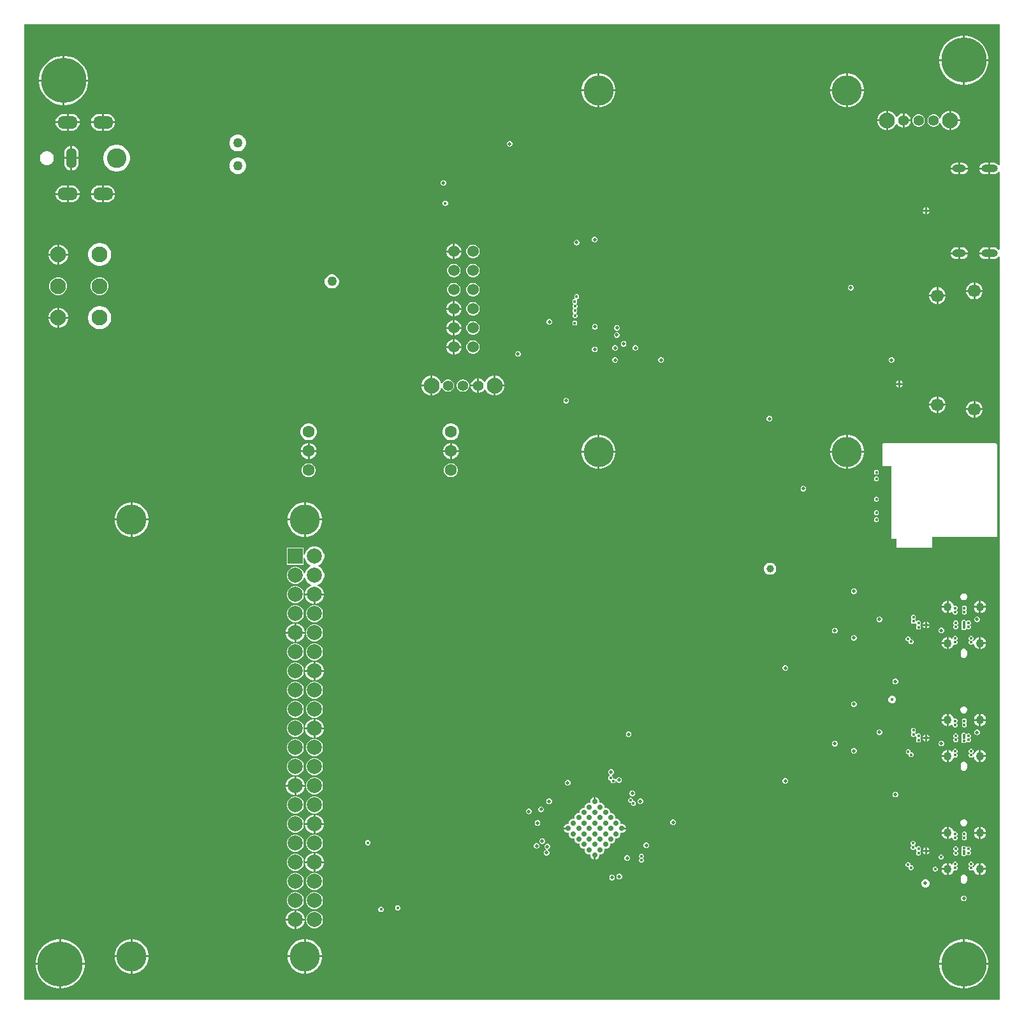
<source format=gbr>
%TF.GenerationSoftware,Altium Limited,Altium Designer,22.1.2 (22)*%
G04 Layer_Physical_Order=4*
G04 Layer_Color=16776960*
%FSLAX26Y26*%
%MOIN*%
%TF.SameCoordinates,747B8C89-0A35-4E4D-912B-25F4ADAE1177*%
%TF.FilePolarity,Positive*%
%TF.FileFunction,Copper,L4,Inr,Signal*%
%TF.Part,Single*%
G01*
G75*
%TA.AperFunction,ComponentPad*%
%ADD67C,0.055118*%
%ADD68C,0.082677*%
%ADD69C,0.157480*%
%ADD70R,0.078740X0.078740*%
%ADD71C,0.078740*%
%ADD72C,0.060000*%
%ADD73O,0.106299X0.066929*%
%ADD74O,0.055118X0.106299*%
%ADD75C,0.102362*%
%ADD76C,0.062992*%
%ADD77C,0.236220*%
%ADD78C,0.066929*%
%ADD79O,0.070866X0.039370*%
%ADD80O,0.086614X0.039370*%
%ADD81C,0.043307*%
%TA.AperFunction,ViaPad*%
%ADD82C,0.017716*%
%ADD83C,0.039370*%
%ADD84C,0.027559*%
%ADD85C,0.015748*%
%ADD86C,0.019685*%
%ADD87C,0.050000*%
G36*
X6092167Y5358325D02*
X6087167Y5356627D01*
X6084164Y5360542D01*
X6077963Y5365300D01*
X6070742Y5368291D01*
X6062992Y5369311D01*
X6044370D01*
Y5339370D01*
Y5309429D01*
X6062992D01*
X6070742Y5310449D01*
X6077963Y5313440D01*
X6084164Y5318198D01*
X6087167Y5322113D01*
X6092167Y5320415D01*
Y4915805D01*
X6087167Y4914108D01*
X6084164Y4918022D01*
X6077963Y4922780D01*
X6070742Y4925771D01*
X6062992Y4926792D01*
X6044370D01*
Y4896850D01*
Y4866909D01*
X6062992D01*
X6070742Y4867929D01*
X6077963Y4870921D01*
X6084164Y4875679D01*
X6087167Y4879593D01*
X6092167Y4877896D01*
Y994447D01*
X994447D01*
Y6092167D01*
X6092167D01*
Y5358325D01*
D02*
G37*
%LPC*%
G36*
X5915594Y6033622D02*
X5910512D01*
Y5910512D01*
X6033622D01*
Y5915594D01*
X6030467Y5935511D01*
X6024236Y5954689D01*
X6015081Y5972656D01*
X6003229Y5988970D01*
X5988970Y6003229D01*
X5972656Y6015081D01*
X5954689Y6024236D01*
X5935511Y6030467D01*
X5915594Y6033622D01*
D02*
G37*
G36*
X5900512D02*
X5895429D01*
X5875513Y6030467D01*
X5856335Y6024236D01*
X5838367Y6015081D01*
X5822054Y6003229D01*
X5807795Y5988970D01*
X5795942Y5972656D01*
X5786788Y5954689D01*
X5780556Y5935511D01*
X5777402Y5915594D01*
Y5910512D01*
X5900512D01*
Y6033622D01*
D02*
G37*
G36*
X1210082Y5928110D02*
X1205000D01*
Y5805000D01*
X1328110D01*
Y5810083D01*
X1324956Y5829999D01*
X1318724Y5849177D01*
X1309570Y5867144D01*
X1297717Y5883458D01*
X1283458Y5897717D01*
X1267144Y5909570D01*
X1249177Y5918724D01*
X1229999Y5924956D01*
X1210082Y5928110D01*
D02*
G37*
G36*
X1195000D02*
X1189918D01*
X1170001Y5924956D01*
X1150823Y5918724D01*
X1132856Y5909570D01*
X1116542Y5897717D01*
X1102283Y5883458D01*
X1090430Y5867144D01*
X1081276Y5849177D01*
X1075044Y5829999D01*
X1071890Y5810083D01*
Y5805000D01*
X1195000D01*
Y5928110D01*
D02*
G37*
G36*
X6033622Y5900512D02*
X5910512D01*
Y5777402D01*
X5915594D01*
X5935511Y5780556D01*
X5954689Y5786788D01*
X5972656Y5795942D01*
X5988970Y5807795D01*
X6003229Y5822054D01*
X6015081Y5838367D01*
X6024236Y5856335D01*
X6030467Y5875513D01*
X6033622Y5895429D01*
Y5900512D01*
D02*
G37*
G36*
X5900512D02*
X5777402D01*
Y5895429D01*
X5780556Y5875513D01*
X5786788Y5856335D01*
X5795942Y5838367D01*
X5807795Y5822054D01*
X5822054Y5807795D01*
X5838367Y5795942D01*
X5856335Y5786788D01*
X5875513Y5780556D01*
X5895429Y5777402D01*
X5900512D01*
Y5900512D01*
D02*
G37*
G36*
X5304016Y5836772D02*
X5300276D01*
Y5753032D01*
X5384016D01*
Y5756772D01*
X5380605Y5773916D01*
X5373916Y5790066D01*
X5364205Y5804600D01*
X5351844Y5816961D01*
X5337310Y5826672D01*
X5321160Y5833361D01*
X5304016Y5836772D01*
D02*
G37*
G36*
X5290276D02*
X5286535D01*
X5269391Y5833361D01*
X5253241Y5826672D01*
X5238707Y5816961D01*
X5226347Y5804600D01*
X5216635Y5790066D01*
X5209946Y5773916D01*
X5206535Y5756772D01*
Y5753032D01*
X5290276D01*
Y5836772D01*
D02*
G37*
G36*
X4004803D02*
X4001063D01*
Y5753031D01*
X4084803D01*
Y5756772D01*
X4081393Y5773916D01*
X4074704Y5790066D01*
X4064992Y5804600D01*
X4052631Y5816961D01*
X4038097Y5826672D01*
X4021948Y5833361D01*
X4004803Y5836772D01*
D02*
G37*
G36*
X3991063D02*
X3987323D01*
X3970178Y5833361D01*
X3954029Y5826672D01*
X3939494Y5816961D01*
X3927134Y5804600D01*
X3917423Y5790066D01*
X3910733Y5773916D01*
X3907323Y5756772D01*
Y5753031D01*
X3991063D01*
Y5836772D01*
D02*
G37*
G36*
X1328110Y5795000D02*
X1205000D01*
Y5671890D01*
X1210082D01*
X1229999Y5675044D01*
X1249177Y5681276D01*
X1267144Y5690430D01*
X1283458Y5702283D01*
X1297717Y5716542D01*
X1309570Y5732856D01*
X1318724Y5750823D01*
X1324956Y5770001D01*
X1328110Y5789917D01*
Y5795000D01*
D02*
G37*
G36*
X1195000D02*
X1071890D01*
Y5789917D01*
X1075044Y5770001D01*
X1081276Y5750823D01*
X1090430Y5732856D01*
X1102283Y5716542D01*
X1116542Y5702283D01*
X1132856Y5690430D01*
X1150823Y5681276D01*
X1170001Y5675044D01*
X1189918Y5671890D01*
X1195000D01*
Y5795000D01*
D02*
G37*
G36*
X5384016Y5743032D02*
X5300276D01*
Y5659291D01*
X5304016D01*
X5321160Y5662702D01*
X5337310Y5669391D01*
X5351844Y5679102D01*
X5364205Y5691463D01*
X5373916Y5705997D01*
X5380605Y5722147D01*
X5384016Y5739291D01*
Y5743032D01*
D02*
G37*
G36*
X5290276D02*
X5206535D01*
Y5739291D01*
X5209946Y5722147D01*
X5216635Y5705997D01*
X5226347Y5691463D01*
X5238707Y5679102D01*
X5253241Y5669391D01*
X5269391Y5662702D01*
X5286535Y5659291D01*
X5290276D01*
Y5743032D01*
D02*
G37*
G36*
X4084803Y5743031D02*
X4001063D01*
Y5659291D01*
X4004803D01*
X4021948Y5662702D01*
X4038097Y5669391D01*
X4052631Y5679102D01*
X4064992Y5691463D01*
X4074704Y5705997D01*
X4081393Y5722147D01*
X4084803Y5739291D01*
Y5743031D01*
D02*
G37*
G36*
X3991063D02*
X3907323D01*
Y5739291D01*
X3910733Y5722147D01*
X3917423Y5705997D01*
X3927134Y5691463D01*
X3939494Y5679102D01*
X3954029Y5669391D01*
X3970178Y5662702D01*
X3987323Y5659291D01*
X3991063D01*
Y5743031D01*
D02*
G37*
G36*
X5829646Y5641890D02*
X5827887D01*
X5814830Y5638391D01*
X5803123Y5631632D01*
X5793565Y5622074D01*
X5786806Y5610367D01*
X5784165Y5600512D01*
X5778989D01*
X5778298Y5603088D01*
X5774022Y5610495D01*
X5767975Y5616542D01*
X5760568Y5620818D01*
X5752308Y5623032D01*
X5743755D01*
X5735495Y5620818D01*
X5728088Y5616542D01*
X5722041Y5610495D01*
X5717765Y5603088D01*
X5715551Y5594827D01*
Y5586275D01*
X5717765Y5578014D01*
X5722041Y5570608D01*
X5728088Y5564560D01*
X5735495Y5560284D01*
X5743755Y5558071D01*
X5752308D01*
X5760568Y5560284D01*
X5767975Y5564560D01*
X5774022Y5570608D01*
X5778298Y5578014D01*
X5778989Y5580590D01*
X5784165D01*
X5786806Y5570735D01*
X5793565Y5559029D01*
X5803123Y5549470D01*
X5814830Y5542711D01*
X5827887Y5539213D01*
X5829646D01*
Y5590551D01*
Y5641890D01*
D02*
G37*
G36*
X5595551Y5628095D02*
Y5595551D01*
X5628095D01*
X5625551Y5605048D01*
X5620606Y5613613D01*
X5613613Y5620606D01*
X5605048Y5625551D01*
X5595551Y5628095D01*
D02*
G37*
G36*
X5841404Y5641890D02*
X5839646D01*
Y5595551D01*
X5885984D01*
Y5597310D01*
X5882486Y5610367D01*
X5875727Y5622074D01*
X5866168Y5631632D01*
X5854462Y5638391D01*
X5841404Y5641890D01*
D02*
G37*
G36*
X5498937D02*
X5497178D01*
X5484121Y5638391D01*
X5472414Y5631632D01*
X5462856Y5622074D01*
X5456097Y5610367D01*
X5452598Y5597310D01*
Y5595551D01*
X5498937D01*
Y5641890D01*
D02*
G37*
G36*
X1425197Y5624548D02*
X1410512D01*
Y5585709D01*
X1468378D01*
X1467543Y5592055D01*
X1463163Y5602628D01*
X1456196Y5611708D01*
X1447117Y5618675D01*
X1436543Y5623055D01*
X1425197Y5624548D01*
D02*
G37*
G36*
X1400512D02*
X1385827D01*
X1374480Y5623055D01*
X1363907Y5618675D01*
X1354827Y5611708D01*
X1347861Y5602628D01*
X1343481Y5592055D01*
X1342645Y5585709D01*
X1400512D01*
Y5624548D01*
D02*
G37*
G36*
X1240158D02*
X1225472D01*
Y5585709D01*
X1283339D01*
X1282503Y5592055D01*
X1278124Y5602628D01*
X1271157Y5611708D01*
X1262077Y5618675D01*
X1251504Y5623055D01*
X1240158Y5624548D01*
D02*
G37*
G36*
X1215472D02*
X1200787D01*
X1189441Y5623055D01*
X1178868Y5618675D01*
X1169788Y5611708D01*
X1162821Y5602628D01*
X1158441Y5592055D01*
X1157606Y5585709D01*
X1215472D01*
Y5624548D01*
D02*
G37*
G36*
X5673567Y5623032D02*
X5665015D01*
X5656754Y5620818D01*
X5649348Y5616542D01*
X5643301Y5610495D01*
X5639025Y5603088D01*
X5636811Y5594827D01*
Y5586275D01*
X5639025Y5578014D01*
X5643301Y5570608D01*
X5649348Y5564560D01*
X5656754Y5560284D01*
X5665015Y5558071D01*
X5673567D01*
X5681828Y5560284D01*
X5689235Y5564560D01*
X5695282Y5570608D01*
X5699558Y5578014D01*
X5701772Y5586275D01*
Y5594827D01*
X5699558Y5603088D01*
X5695282Y5610495D01*
X5689235Y5616542D01*
X5681828Y5620818D01*
X5673567Y5623032D01*
D02*
G37*
G36*
X5628095Y5585551D02*
X5595551D01*
Y5553007D01*
X5605048Y5555552D01*
X5613613Y5560497D01*
X5620606Y5567489D01*
X5625551Y5576054D01*
X5628095Y5585551D01*
D02*
G37*
G36*
X5510696Y5641890D02*
X5508937D01*
Y5590551D01*
Y5539213D01*
X5510696D01*
X5523753Y5542711D01*
X5535460Y5549470D01*
X5545018Y5559029D01*
X5551777Y5570735D01*
X5552117Y5572003D01*
X5557483Y5572710D01*
X5560496Y5567489D01*
X5567489Y5560497D01*
X5576054Y5555552D01*
X5585551Y5553007D01*
Y5590551D01*
X5590551D01*
D01*
X5585551D01*
Y5628095D01*
X5576054Y5625551D01*
X5567489Y5620606D01*
X5560496Y5613613D01*
X5557483Y5608393D01*
X5552117Y5609099D01*
X5551777Y5610367D01*
X5545018Y5622074D01*
X5535460Y5631632D01*
X5523753Y5638391D01*
X5510696Y5641890D01*
D02*
G37*
G36*
X5885984Y5585551D02*
X5839646D01*
Y5539213D01*
X5841404D01*
X5854462Y5542711D01*
X5866168Y5549470D01*
X5875727Y5559029D01*
X5882486Y5570735D01*
X5885984Y5583792D01*
Y5585551D01*
D02*
G37*
G36*
X5498937D02*
X5452598D01*
Y5583792D01*
X5456097Y5570735D01*
X5462856Y5559029D01*
X5472414Y5549470D01*
X5484121Y5542711D01*
X5497178Y5539213D01*
X5498937D01*
Y5585551D01*
D02*
G37*
G36*
X1468378Y5575709D02*
X1410512D01*
Y5536869D01*
X1425197D01*
X1436543Y5538363D01*
X1447117Y5542743D01*
X1456196Y5549709D01*
X1463163Y5558789D01*
X1467543Y5569362D01*
X1468378Y5575709D01*
D02*
G37*
G36*
X1400512D02*
X1342645D01*
X1343481Y5569362D01*
X1347861Y5558789D01*
X1354827Y5549709D01*
X1363907Y5542743D01*
X1374480Y5538363D01*
X1385827Y5536869D01*
X1400512D01*
Y5575709D01*
D02*
G37*
G36*
X1283339Y5575709D02*
X1225472D01*
Y5536869D01*
X1240158D01*
X1251504Y5538363D01*
X1262077Y5542743D01*
X1271157Y5549709D01*
X1278124Y5558789D01*
X1282503Y5569362D01*
X1283339Y5575709D01*
D02*
G37*
G36*
X1215472D02*
X1157606D01*
X1158441Y5569362D01*
X1162821Y5558789D01*
X1169788Y5549709D01*
X1178868Y5542743D01*
X1189441Y5538363D01*
X1200787Y5536869D01*
X1215472D01*
Y5575709D01*
D02*
G37*
G36*
X3534433Y5483268D02*
X3528559D01*
X3523133Y5481020D01*
X3518980Y5476867D01*
X3516732Y5471441D01*
Y5465567D01*
X3518980Y5460141D01*
X3523133Y5455988D01*
X3528559Y5453740D01*
X3534433D01*
X3539859Y5455988D01*
X3544012Y5460141D01*
X3546260Y5465567D01*
Y5471441D01*
X3544012Y5476867D01*
X3539859Y5481020D01*
X3534433Y5483268D01*
D02*
G37*
G36*
X2115990Y5516142D02*
X2104483D01*
X2093368Y5513164D01*
X2083403Y5507410D01*
X2075267Y5499274D01*
X2069514Y5489309D01*
X2066535Y5478194D01*
Y5466688D01*
X2069514Y5455573D01*
X2075267Y5445608D01*
X2083403Y5437472D01*
X2093368Y5431718D01*
X2104483Y5428740D01*
X2115990D01*
X2127104Y5431718D01*
X2137069Y5437472D01*
X2145206Y5445608D01*
X2150959Y5455573D01*
X2153937Y5466688D01*
Y5478194D01*
X2150959Y5489309D01*
X2145206Y5499274D01*
X2137069Y5507410D01*
X2127104Y5513164D01*
X2115990Y5516142D01*
D02*
G37*
G36*
X1245158Y5456516D02*
Y5398701D01*
X1278041D01*
Y5419291D01*
X1276750Y5429096D01*
X1272965Y5438233D01*
X1266945Y5446079D01*
X1259099Y5452099D01*
X1249962Y5455884D01*
X1245158Y5456516D01*
D02*
G37*
G36*
X1235158D02*
X1230353Y5455884D01*
X1221216Y5452099D01*
X1213370Y5446079D01*
X1207350Y5438233D01*
X1203565Y5429096D01*
X1202274Y5419291D01*
Y5398701D01*
X1235158D01*
Y5456516D01*
D02*
G37*
G36*
X1116999Y5430118D02*
X1107410D01*
X1098148Y5427636D01*
X1089844Y5422842D01*
X1083064Y5416061D01*
X1078269Y5407757D01*
X1075787Y5398495D01*
Y5388906D01*
X1078269Y5379644D01*
X1083064Y5371340D01*
X1089844Y5364560D01*
X1098148Y5359765D01*
X1107410Y5357283D01*
X1116999D01*
X1126261Y5359765D01*
X1134565Y5364560D01*
X1141346Y5371340D01*
X1146140Y5379644D01*
X1148622Y5388906D01*
Y5398495D01*
X1146140Y5407757D01*
X1141346Y5416061D01*
X1134565Y5422842D01*
X1126261Y5427636D01*
X1116999Y5430118D01*
D02*
G37*
G36*
X6034370Y5369311D02*
X6015748D01*
X6007999Y5368291D01*
X6000777Y5365300D01*
X5994576Y5360542D01*
X5989818Y5354341D01*
X5986827Y5347119D01*
X5986465Y5344370D01*
X6034370D01*
Y5369311D01*
D02*
G37*
G36*
X5897638D02*
X5886890D01*
Y5344370D01*
X5926921D01*
X5926559Y5347119D01*
X5923568Y5354341D01*
X5918809Y5360542D01*
X5912608Y5365300D01*
X5905387Y5368291D01*
X5897638Y5369311D01*
D02*
G37*
G36*
X5876890D02*
X5866142D01*
X5858392Y5368291D01*
X5851171Y5365300D01*
X5844970Y5360542D01*
X5840212Y5354341D01*
X5837221Y5347119D01*
X5836859Y5344370D01*
X5876890D01*
Y5369311D01*
D02*
G37*
G36*
X1278041Y5388701D02*
X1245158D01*
Y5330885D01*
X1249962Y5331518D01*
X1259099Y5335302D01*
X1266945Y5341323D01*
X1272965Y5349169D01*
X1276750Y5358305D01*
X1278041Y5368110D01*
Y5388701D01*
D02*
G37*
G36*
X1235158D02*
X1202274D01*
Y5368110D01*
X1203565Y5358305D01*
X1207350Y5349169D01*
X1213370Y5341323D01*
X1221216Y5335302D01*
X1230353Y5331518D01*
X1235158Y5330885D01*
Y5388701D01*
D02*
G37*
G36*
X1483261Y5463583D02*
X1469495D01*
X1455994Y5460897D01*
X1443276Y5455629D01*
X1431831Y5447982D01*
X1422097Y5438248D01*
X1414449Y5426802D01*
X1409181Y5414085D01*
X1406496Y5400584D01*
Y5386818D01*
X1409181Y5373317D01*
X1414449Y5360599D01*
X1422097Y5349154D01*
X1431831Y5339420D01*
X1443276Y5331772D01*
X1455994Y5326504D01*
X1469495Y5323819D01*
X1483261D01*
X1496762Y5326504D01*
X1509479Y5331772D01*
X1520925Y5339420D01*
X1530659Y5349154D01*
X1538306Y5360599D01*
X1543574Y5373317D01*
X1546260Y5386818D01*
Y5400584D01*
X1543574Y5414085D01*
X1538306Y5426802D01*
X1530659Y5438248D01*
X1520925Y5447982D01*
X1509479Y5455629D01*
X1496762Y5460897D01*
X1483261Y5463583D01*
D02*
G37*
G36*
X2115990Y5398032D02*
X2104483D01*
X2093368Y5395053D01*
X2083403Y5389300D01*
X2075267Y5381164D01*
X2069514Y5371199D01*
X2066535Y5360084D01*
Y5348577D01*
X2069514Y5337463D01*
X2075267Y5327498D01*
X2083403Y5319361D01*
X2093368Y5313608D01*
X2104483Y5310630D01*
X2115990D01*
X2127104Y5313608D01*
X2137069Y5319361D01*
X2145206Y5327498D01*
X2150959Y5337463D01*
X2153937Y5348577D01*
Y5360084D01*
X2150959Y5371199D01*
X2145206Y5381164D01*
X2137069Y5389300D01*
X2127104Y5395053D01*
X2115990Y5398032D01*
D02*
G37*
G36*
X6034370Y5334370D02*
X5986465D01*
X5986827Y5331621D01*
X5989818Y5324399D01*
X5994576Y5318198D01*
X6000777Y5313440D01*
X6007999Y5310449D01*
X6015748Y5309429D01*
X6034370D01*
Y5334370D01*
D02*
G37*
G36*
X5926921Y5334370D02*
X5886890D01*
Y5309429D01*
X5897638D01*
X5905387Y5310449D01*
X5912608Y5313440D01*
X5918809Y5318198D01*
X5923568Y5324399D01*
X5926559Y5331621D01*
X5926921Y5334370D01*
D02*
G37*
G36*
X5876890D02*
X5836859D01*
X5837221Y5331621D01*
X5840212Y5324399D01*
X5844970Y5318198D01*
X5851171Y5313440D01*
X5858392Y5310449D01*
X5866142Y5309429D01*
X5876890D01*
Y5334370D01*
D02*
G37*
G36*
X3187976Y5278543D02*
X3182103D01*
X3176676Y5276296D01*
X3172523Y5272142D01*
X3170276Y5266716D01*
Y5260843D01*
X3172523Y5255417D01*
X3176676Y5251263D01*
X3182103Y5249016D01*
X3187976D01*
X3193402Y5251263D01*
X3197555Y5255417D01*
X3199803Y5260843D01*
Y5266716D01*
X3197555Y5272142D01*
X3193402Y5276296D01*
X3187976Y5278543D01*
D02*
G37*
G36*
X1240158Y5250533D02*
X1225472D01*
Y5211693D01*
X1283339D01*
X1282503Y5218039D01*
X1278124Y5228613D01*
X1271157Y5237692D01*
X1262077Y5244659D01*
X1251504Y5249039D01*
X1240158Y5250533D01*
D02*
G37*
G36*
X1215472D02*
X1200787D01*
X1189441Y5249039D01*
X1178868Y5244659D01*
X1169788Y5237692D01*
X1162821Y5228613D01*
X1158441Y5218039D01*
X1157606Y5211693D01*
X1215472D01*
Y5250533D01*
D02*
G37*
G36*
X1425197D02*
X1410512D01*
Y5211693D01*
X1468378D01*
X1467543Y5218039D01*
X1463163Y5228613D01*
X1456196Y5237692D01*
X1447117Y5244659D01*
X1436543Y5249039D01*
X1425197Y5250533D01*
D02*
G37*
G36*
X1400512D02*
X1385827D01*
X1374480Y5249039D01*
X1363907Y5244659D01*
X1354827Y5237692D01*
X1347861Y5228613D01*
X1343481Y5218039D01*
X1342645Y5211693D01*
X1400512D01*
Y5250533D01*
D02*
G37*
G36*
X1468378Y5201693D02*
X1410512D01*
Y5162853D01*
X1425197D01*
X1436543Y5164347D01*
X1447117Y5168727D01*
X1456196Y5175694D01*
X1463163Y5184773D01*
X1467543Y5195346D01*
X1468378Y5201693D01*
D02*
G37*
G36*
X1400512D02*
X1342645D01*
X1343481Y5195346D01*
X1347861Y5184773D01*
X1354827Y5175694D01*
X1363907Y5168727D01*
X1374480Y5164347D01*
X1385827Y5162853D01*
X1400512D01*
Y5201693D01*
D02*
G37*
G36*
X1283339Y5201693D02*
X1225472D01*
Y5162853D01*
X1240158D01*
X1251504Y5164347D01*
X1262077Y5168727D01*
X1271157Y5175694D01*
X1278124Y5184773D01*
X1282503Y5195346D01*
X1283339Y5201693D01*
D02*
G37*
G36*
X1215472D02*
X1157606D01*
X1158441Y5195346D01*
X1162821Y5184773D01*
X1169788Y5175694D01*
X1178868Y5168727D01*
X1189441Y5164347D01*
X1200787Y5162853D01*
X1215472D01*
Y5201693D01*
D02*
G37*
G36*
X3197741Y5171779D02*
X3192259D01*
X3187195Y5169682D01*
X3183318Y5165806D01*
X3181220Y5160741D01*
Y5155259D01*
X3183318Y5150194D01*
X3187195Y5146318D01*
X3192259Y5144221D01*
X3197741D01*
X3202805Y5146318D01*
X3206682Y5150194D01*
X3208780Y5155259D01*
Y5160741D01*
X3206682Y5165806D01*
X3202805Y5169682D01*
X3197741Y5171779D01*
D02*
G37*
G36*
X5713661Y5135386D02*
Y5123110D01*
X5725937D01*
X5723814Y5128235D01*
X5718786Y5133263D01*
X5713661Y5135386D01*
D02*
G37*
G36*
X5703661D02*
X5698537Y5133263D01*
X5693508Y5128235D01*
X5691386Y5123110D01*
X5703661D01*
Y5135386D01*
D02*
G37*
G36*
X5725937Y5113110D02*
X5713661D01*
Y5100835D01*
X5718786Y5102957D01*
X5723814Y5107985D01*
X5725937Y5113110D01*
D02*
G37*
G36*
X5703661D02*
X5691386D01*
X5693508Y5107985D01*
X5698537Y5102957D01*
X5703661Y5100835D01*
Y5113110D01*
D02*
G37*
G36*
X3978937Y4982764D02*
X3973063D01*
X3967637Y4980516D01*
X3963484Y4976363D01*
X3961236Y4970937D01*
Y4965063D01*
X3963484Y4959637D01*
X3967637Y4955484D01*
X3973063Y4953236D01*
X3978937D01*
X3984363Y4955484D01*
X3988516Y4959637D01*
X3990764Y4965063D01*
Y4970937D01*
X3988516Y4976363D01*
X3984363Y4980516D01*
X3978937Y4982764D01*
D02*
G37*
G36*
X3884827Y4967520D02*
X3878953D01*
X3873527Y4965272D01*
X3869374Y4961119D01*
X3867126Y4955693D01*
Y4949819D01*
X3869374Y4944393D01*
X3873527Y4940240D01*
X3878953Y4937992D01*
X3884827D01*
X3890253Y4940240D01*
X3894406Y4944393D01*
X3896654Y4949819D01*
Y4955693D01*
X3894406Y4961119D01*
X3890253Y4965272D01*
X3884827Y4967520D01*
D02*
G37*
G36*
X3245227Y4946299D02*
X3244961D01*
Y4911299D01*
X3279961D01*
Y4911565D01*
X3277235Y4921739D01*
X3271969Y4930860D01*
X3264521Y4938307D01*
X3255400Y4943573D01*
X3245227Y4946299D01*
D02*
G37*
G36*
X3234961D02*
X3234695D01*
X3224521Y4943573D01*
X3215400Y4938307D01*
X3207953Y4930860D01*
X3202686Y4921739D01*
X3199961Y4911565D01*
Y4911299D01*
X3234961D01*
Y4946299D01*
D02*
G37*
G36*
X5897638Y4926792D02*
X5886890D01*
Y4901851D01*
X5926921D01*
X5926559Y4904600D01*
X5923568Y4911821D01*
X5918809Y4918022D01*
X5912608Y4922780D01*
X5905387Y4925771D01*
X5897638Y4926792D01*
D02*
G37*
G36*
X5876890D02*
X5866142D01*
X5858392Y4925771D01*
X5851171Y4922780D01*
X5844970Y4918022D01*
X5840212Y4911821D01*
X5837221Y4904600D01*
X5836859Y4901851D01*
X5876890D01*
Y4926792D01*
D02*
G37*
G36*
X6034370D02*
X6015748D01*
X6007999Y4925771D01*
X6000777Y4922780D01*
X5994576Y4918022D01*
X5989818Y4911821D01*
X5986827Y4904600D01*
X5986465Y4901850D01*
X6034370D01*
Y4926792D01*
D02*
G37*
G36*
X1178019Y4941102D02*
X1176260D01*
Y4894764D01*
X1222599D01*
Y4896523D01*
X1219100Y4909580D01*
X1212341Y4921286D01*
X1202783Y4930845D01*
X1191076Y4937604D01*
X1178019Y4941102D01*
D02*
G37*
G36*
X1166260D02*
X1164501D01*
X1151444Y4937604D01*
X1139737Y4930845D01*
X1130179Y4921286D01*
X1123420Y4909580D01*
X1119921Y4896523D01*
Y4894764D01*
X1166260D01*
Y4941102D01*
D02*
G37*
G36*
X3344558Y4941221D02*
X3335363D01*
X3326481Y4938841D01*
X3318518Y4934243D01*
X3312017Y4927741D01*
X3307419Y4919778D01*
X3305039Y4910897D01*
Y4901702D01*
X3307419Y4892820D01*
X3312017Y4884857D01*
X3318518Y4878355D01*
X3326481Y4873758D01*
X3335363Y4871378D01*
X3344558D01*
X3353440Y4873758D01*
X3361403Y4878355D01*
X3367905Y4884857D01*
X3372502Y4892820D01*
X3374882Y4901702D01*
Y4910897D01*
X3372502Y4919778D01*
X3367905Y4927741D01*
X3361403Y4934243D01*
X3353440Y4938841D01*
X3344558Y4941221D01*
D02*
G37*
G36*
X6034370Y4891850D02*
X5986465D01*
X5986827Y4889101D01*
X5989818Y4881880D01*
X5994576Y4875679D01*
X6000777Y4870921D01*
X6007999Y4867929D01*
X6015748Y4866909D01*
X6034370D01*
Y4891850D01*
D02*
G37*
G36*
X5926921Y4891851D02*
X5886890D01*
Y4866909D01*
X5897638D01*
X5905387Y4867929D01*
X5912608Y4870921D01*
X5918809Y4875679D01*
X5923568Y4881880D01*
X5926559Y4889101D01*
X5926921Y4891851D01*
D02*
G37*
G36*
X5876890D02*
X5836859D01*
X5837221Y4889101D01*
X5840212Y4881880D01*
X5844970Y4875679D01*
X5851171Y4870921D01*
X5858392Y4867929D01*
X5866142Y4866909D01*
X5876890D01*
Y4891851D01*
D02*
G37*
G36*
X3279961Y4901299D02*
X3244961D01*
Y4866299D01*
X3245227D01*
X3255400Y4869025D01*
X3264521Y4874291D01*
X3271969Y4881739D01*
X3277235Y4890860D01*
X3279961Y4901033D01*
Y4901299D01*
D02*
G37*
G36*
X3234961D02*
X3199961D01*
Y4901033D01*
X3202686Y4890860D01*
X3207953Y4881739D01*
X3215400Y4874291D01*
X3224521Y4869025D01*
X3234695Y4866299D01*
X3234961D01*
Y4901299D01*
D02*
G37*
G36*
X1222599Y4884764D02*
X1176260D01*
Y4838425D01*
X1178019D01*
X1191076Y4841924D01*
X1202783Y4848683D01*
X1212341Y4858241D01*
X1219100Y4869948D01*
X1222599Y4883005D01*
Y4884764D01*
D02*
G37*
G36*
X1166260D02*
X1119921D01*
Y4883005D01*
X1123420Y4869948D01*
X1130179Y4858241D01*
X1139737Y4848683D01*
X1151444Y4841924D01*
X1164501Y4838425D01*
X1166260D01*
Y4884764D01*
D02*
G37*
G36*
X1393709Y4949803D02*
X1381882D01*
X1370283Y4947496D01*
X1359356Y4942970D01*
X1349522Y4936399D01*
X1341160Y4928037D01*
X1334589Y4918203D01*
X1330063Y4907276D01*
X1327756Y4895677D01*
Y4883850D01*
X1330063Y4872251D01*
X1334589Y4861324D01*
X1341160Y4851491D01*
X1349522Y4843128D01*
X1359356Y4836557D01*
X1370283Y4832032D01*
X1381882Y4829724D01*
X1393709D01*
X1405308Y4832032D01*
X1416235Y4836557D01*
X1426068Y4843128D01*
X1434431Y4851491D01*
X1441002Y4861324D01*
X1445527Y4872251D01*
X1447835Y4883850D01*
Y4895677D01*
X1445527Y4907276D01*
X1441002Y4918203D01*
X1434431Y4928037D01*
X1426068Y4936399D01*
X1416235Y4942970D01*
X1405308Y4947496D01*
X1393709Y4949803D01*
D02*
G37*
G36*
X3344558Y4841221D02*
X3335363D01*
X3326481Y4838841D01*
X3318518Y4834243D01*
X3312017Y4827741D01*
X3307419Y4819778D01*
X3305039Y4810897D01*
Y4801702D01*
X3307419Y4792820D01*
X3312017Y4784857D01*
X3318518Y4778355D01*
X3326481Y4773758D01*
X3335363Y4771378D01*
X3344558D01*
X3353440Y4773758D01*
X3361403Y4778355D01*
X3367905Y4784857D01*
X3372502Y4792820D01*
X3374882Y4801702D01*
Y4810897D01*
X3372502Y4819778D01*
X3367905Y4827741D01*
X3361403Y4834243D01*
X3353440Y4838841D01*
X3344558Y4841221D01*
D02*
G37*
G36*
X3244558D02*
X3235363D01*
X3226481Y4838841D01*
X3218518Y4834243D01*
X3212017Y4827741D01*
X3207419Y4819778D01*
X3205039Y4810897D01*
Y4801702D01*
X3207419Y4792820D01*
X3212017Y4784857D01*
X3218518Y4778355D01*
X3226481Y4773758D01*
X3235363Y4771378D01*
X3244558D01*
X3253440Y4773758D01*
X3261403Y4778355D01*
X3267905Y4784857D01*
X3272502Y4792820D01*
X3274882Y4801702D01*
Y4810897D01*
X3272502Y4819778D01*
X3267905Y4827741D01*
X3261403Y4834243D01*
X3253440Y4838841D01*
X3244558Y4841221D01*
D02*
G37*
G36*
X2606846Y4785811D02*
X2597154D01*
X2587791Y4783302D01*
X2579398Y4778456D01*
X2572544Y4771602D01*
X2567698Y4763208D01*
X2565189Y4753846D01*
Y4744154D01*
X2567698Y4734792D01*
X2572544Y4726398D01*
X2579398Y4719544D01*
X2587791Y4714698D01*
X2597154Y4712189D01*
X2606846D01*
X2616209Y4714698D01*
X2624602Y4719544D01*
X2631456Y4726398D01*
X2636302Y4734792D01*
X2638811Y4744154D01*
Y4753846D01*
X2636302Y4763208D01*
X2631456Y4771602D01*
X2624602Y4778456D01*
X2616209Y4783302D01*
X2606846Y4785811D01*
D02*
G37*
G36*
X5966352Y4742283D02*
X5965630D01*
Y4703819D01*
X6004095D01*
Y4704541D01*
X6001132Y4715596D01*
X5995410Y4725507D01*
X5987318Y4733599D01*
X5977407Y4739321D01*
X5966352Y4742283D01*
D02*
G37*
G36*
X5955630D02*
X5954908D01*
X5943853Y4739321D01*
X5933942Y4733599D01*
X5925850Y4725507D01*
X5920127Y4715596D01*
X5917166Y4704541D01*
Y4703819D01*
X5955630D01*
Y4742283D01*
D02*
G37*
G36*
X5317897Y4731299D02*
X5312024D01*
X5306598Y4729051D01*
X5302444Y4724898D01*
X5300197Y4719472D01*
Y4713599D01*
X5302444Y4708172D01*
X5306598Y4704019D01*
X5312024Y4701772D01*
X5317897D01*
X5323324Y4704019D01*
X5327477Y4708172D01*
X5329724Y4713599D01*
Y4719472D01*
X5327477Y4724898D01*
X5323324Y4729051D01*
X5317897Y4731299D01*
D02*
G37*
G36*
X5773439Y4718661D02*
X5772717D01*
Y4680197D01*
X5811181D01*
Y4680919D01*
X5808219Y4691974D01*
X5802497Y4701885D01*
X5794404Y4709977D01*
X5784493Y4715699D01*
X5773439Y4718661D01*
D02*
G37*
G36*
X5762717D02*
X5761994D01*
X5750940Y4715699D01*
X5741029Y4709977D01*
X5732936Y4701885D01*
X5727214Y4691974D01*
X5724252Y4680919D01*
Y4680197D01*
X5762717D01*
Y4718661D01*
D02*
G37*
G36*
X1393886Y4770669D02*
X1381705D01*
X1369940Y4767517D01*
X1359391Y4761427D01*
X1350778Y4752814D01*
X1344688Y4742265D01*
X1341535Y4730500D01*
Y4718319D01*
X1344688Y4706554D01*
X1350778Y4696005D01*
X1359391Y4687392D01*
X1369940Y4681302D01*
X1381705Y4678150D01*
X1393886D01*
X1405651Y4681302D01*
X1416200Y4687392D01*
X1424812Y4696005D01*
X1430903Y4706554D01*
X1434055Y4718319D01*
Y4730500D01*
X1430903Y4742265D01*
X1424812Y4752814D01*
X1416200Y4761427D01*
X1405651Y4767517D01*
X1393886Y4770669D01*
D02*
G37*
G36*
X1177350D02*
X1165170D01*
X1153404Y4767517D01*
X1142856Y4761427D01*
X1134243Y4752814D01*
X1128152Y4742265D01*
X1125000Y4730500D01*
Y4718319D01*
X1128152Y4706554D01*
X1134243Y4696005D01*
X1142856Y4687392D01*
X1153404Y4681302D01*
X1165170Y4678150D01*
X1177350D01*
X1189116Y4681302D01*
X1199664Y4687392D01*
X1208277Y4696005D01*
X1214367Y4706554D01*
X1217520Y4718319D01*
Y4730500D01*
X1214367Y4742265D01*
X1208277Y4752814D01*
X1199664Y4761427D01*
X1189116Y4767517D01*
X1177350Y4770669D01*
D02*
G37*
G36*
X3344558Y4741221D02*
X3335363D01*
X3326481Y4738841D01*
X3318518Y4734243D01*
X3312017Y4727741D01*
X3307419Y4719778D01*
X3305039Y4710897D01*
Y4701702D01*
X3307419Y4692820D01*
X3312017Y4684857D01*
X3318518Y4678355D01*
X3326481Y4673758D01*
X3335363Y4671378D01*
X3344558D01*
X3353440Y4673758D01*
X3361403Y4678355D01*
X3367905Y4684857D01*
X3372502Y4692820D01*
X3374882Y4701702D01*
Y4710897D01*
X3372502Y4719778D01*
X3367905Y4727741D01*
X3361403Y4734243D01*
X3353440Y4738841D01*
X3344558Y4741221D01*
D02*
G37*
G36*
X3244558D02*
X3235363D01*
X3226481Y4738841D01*
X3218518Y4734243D01*
X3212017Y4727741D01*
X3207419Y4719778D01*
X3205039Y4710897D01*
Y4701702D01*
X3207419Y4692820D01*
X3212017Y4684857D01*
X3218518Y4678355D01*
X3226481Y4673758D01*
X3235363Y4671378D01*
X3244558D01*
X3253440Y4673758D01*
X3261403Y4678355D01*
X3267905Y4684857D01*
X3272502Y4692820D01*
X3274882Y4701702D01*
Y4710897D01*
X3272502Y4719778D01*
X3267905Y4727741D01*
X3261403Y4734243D01*
X3253440Y4738841D01*
X3244558Y4741221D01*
D02*
G37*
G36*
X6004095Y4693819D02*
X5965630D01*
Y4655354D01*
X5966352D01*
X5977407Y4658316D01*
X5987318Y4664039D01*
X5995410Y4672131D01*
X6001132Y4682042D01*
X6004095Y4693097D01*
Y4693819D01*
D02*
G37*
G36*
X5955630D02*
X5917166D01*
Y4693097D01*
X5920127Y4682042D01*
X5925850Y4672131D01*
X5933942Y4664039D01*
X5943853Y4658316D01*
X5954908Y4655354D01*
X5955630D01*
Y4693819D01*
D02*
G37*
G36*
X5811181Y4670197D02*
X5772717D01*
Y4631732D01*
X5773439D01*
X5784493Y4634694D01*
X5794404Y4640417D01*
X5802497Y4648509D01*
X5808219Y4658420D01*
X5811181Y4669475D01*
Y4670197D01*
D02*
G37*
G36*
X5762717D02*
X5724252D01*
Y4669475D01*
X5727214Y4658420D01*
X5732936Y4648509D01*
X5741029Y4640417D01*
X5750940Y4634694D01*
X5761994Y4631732D01*
X5762717D01*
Y4670197D01*
D02*
G37*
G36*
X3245227Y4646299D02*
X3244961D01*
Y4611299D01*
X3279961D01*
Y4611565D01*
X3277235Y4621739D01*
X3271969Y4630860D01*
X3264521Y4638307D01*
X3255400Y4643573D01*
X3245227Y4646299D01*
D02*
G37*
G36*
X3234961D02*
X3234695D01*
X3224521Y4643573D01*
X3215400Y4638307D01*
X3207953Y4630860D01*
X3202686Y4621739D01*
X3199961Y4611565D01*
Y4611299D01*
X3234961D01*
Y4646299D01*
D02*
G37*
G36*
X3344558Y4641221D02*
X3335363D01*
X3326481Y4638841D01*
X3318518Y4634243D01*
X3312017Y4627741D01*
X3307419Y4619778D01*
X3305039Y4610897D01*
Y4601702D01*
X3307419Y4592820D01*
X3312017Y4584857D01*
X3318518Y4578355D01*
X3326481Y4573758D01*
X3335363Y4571378D01*
X3344558D01*
X3353440Y4573758D01*
X3361403Y4578355D01*
X3367905Y4584857D01*
X3372502Y4592820D01*
X3374882Y4601702D01*
Y4610897D01*
X3372502Y4619778D01*
X3367905Y4627741D01*
X3361403Y4634243D01*
X3353440Y4638841D01*
X3344558Y4641221D01*
D02*
G37*
G36*
X3279961Y4601299D02*
X3244961D01*
Y4566299D01*
X3245227D01*
X3255400Y4569025D01*
X3264521Y4574291D01*
X3271969Y4581739D01*
X3277235Y4590860D01*
X3279961Y4601033D01*
Y4601299D01*
D02*
G37*
G36*
X3234961D02*
X3199961D01*
Y4601033D01*
X3202686Y4590860D01*
X3207953Y4581739D01*
X3215400Y4574291D01*
X3224521Y4569025D01*
X3234695Y4566299D01*
X3234961D01*
Y4601299D01*
D02*
G37*
G36*
X1178019Y4610394D02*
X1176260D01*
Y4564055D01*
X1222599D01*
Y4565814D01*
X1219100Y4578871D01*
X1212341Y4590578D01*
X1202783Y4600136D01*
X1191076Y4606895D01*
X1178019Y4610394D01*
D02*
G37*
G36*
X1166260D02*
X1164501D01*
X1151444Y4606895D01*
X1139737Y4600136D01*
X1130179Y4590578D01*
X1123420Y4578871D01*
X1119921Y4565814D01*
Y4564055D01*
X1166260D01*
Y4610394D01*
D02*
G37*
G36*
X3884435Y4682087D02*
X3879345D01*
X3874642Y4680139D01*
X3871042Y4676539D01*
X3869095Y4671836D01*
Y4666746D01*
X3871042Y4662043D01*
X3870387Y4660220D01*
X3868909Y4657106D01*
X3864629Y4655333D01*
X3861030Y4651734D01*
X3859082Y4647031D01*
Y4641941D01*
X3861030Y4637238D01*
X3863820Y4634448D01*
X3864564Y4632674D01*
X3864277Y4628372D01*
X3862153Y4626248D01*
X3860205Y4621545D01*
Y4616455D01*
X3862153Y4611752D01*
X3862638Y4611266D01*
X3864687Y4606983D01*
X3862638Y4604734D01*
X3861153Y4603248D01*
X3859205Y4598545D01*
Y4593455D01*
X3861153Y4588752D01*
X3864752Y4585153D01*
X3864899Y4584759D01*
X3865217Y4579548D01*
X3862800Y4577131D01*
X3860852Y4572428D01*
Y4567338D01*
X3862800Y4562635D01*
X3866399Y4559036D01*
X3871102Y4557088D01*
X3876193D01*
X3880896Y4559036D01*
X3884495Y4562635D01*
X3886443Y4567338D01*
Y4572428D01*
X3884495Y4577131D01*
X3880896Y4580731D01*
X3880749Y4581125D01*
X3880431Y4586335D01*
X3882847Y4588752D01*
X3884795Y4593455D01*
Y4598545D01*
X3882847Y4603248D01*
X3882362Y4603734D01*
X3880313Y4608017D01*
X3882362Y4610266D01*
X3883847Y4611752D01*
X3885795Y4616455D01*
Y4621545D01*
X3883847Y4626248D01*
X3881057Y4629038D01*
X3880312Y4630811D01*
X3880600Y4635114D01*
X3882724Y4637238D01*
X3884672Y4641941D01*
Y4647031D01*
X3882724Y4651734D01*
X3883379Y4653557D01*
X3884858Y4656671D01*
X3889138Y4658444D01*
X3892737Y4662043D01*
X3894685Y4666746D01*
Y4671836D01*
X3892737Y4676539D01*
X3889138Y4680139D01*
X3884435Y4682087D01*
D02*
G37*
G36*
X3742110Y4552165D02*
X3736236D01*
X3730810Y4549918D01*
X3726657Y4545765D01*
X3724409Y4540338D01*
Y4534465D01*
X3726657Y4529039D01*
X3730810Y4524886D01*
X3736236Y4522638D01*
X3742110D01*
X3747536Y4524886D01*
X3751689Y4529039D01*
X3753937Y4534465D01*
Y4540338D01*
X3751689Y4545765D01*
X3747536Y4549918D01*
X3742110Y4552165D01*
D02*
G37*
G36*
X3874003Y4544500D02*
X3868913D01*
X3864210Y4542552D01*
X3860611Y4538953D01*
X3858663Y4534250D01*
Y4529160D01*
X3860611Y4524457D01*
X3864210Y4520858D01*
X3868913Y4518910D01*
X3874003D01*
X3878706Y4520858D01*
X3882305Y4524457D01*
X3884253Y4529160D01*
Y4534250D01*
X3882305Y4538953D01*
X3878706Y4542552D01*
X3874003Y4544500D01*
D02*
G37*
G36*
X3245227Y4546299D02*
X3244961D01*
Y4511299D01*
X3279961D01*
Y4511565D01*
X3277235Y4521739D01*
X3271969Y4530860D01*
X3264521Y4538307D01*
X3255400Y4543573D01*
X3245227Y4546299D01*
D02*
G37*
G36*
X3234961D02*
X3234695D01*
X3224521Y4543573D01*
X3215400Y4538307D01*
X3207953Y4530860D01*
X3202686Y4521739D01*
X3199961Y4511565D01*
Y4511299D01*
X3234961D01*
Y4546299D01*
D02*
G37*
G36*
X1222599Y4554055D02*
X1176260D01*
Y4507717D01*
X1178019D01*
X1191076Y4511215D01*
X1202783Y4517974D01*
X1212341Y4527533D01*
X1219100Y4539239D01*
X1222599Y4552296D01*
Y4554055D01*
D02*
G37*
G36*
X1166260D02*
X1119921D01*
Y4552296D01*
X1123420Y4539239D01*
X1130179Y4527533D01*
X1139737Y4517974D01*
X1151444Y4511215D01*
X1164501Y4507717D01*
X1166260D01*
Y4554055D01*
D02*
G37*
G36*
X1393709Y4619095D02*
X1381882D01*
X1370283Y4616787D01*
X1359356Y4612261D01*
X1349522Y4605691D01*
X1341160Y4597328D01*
X1334589Y4587494D01*
X1330063Y4576568D01*
X1327756Y4564968D01*
Y4553142D01*
X1330063Y4541542D01*
X1334589Y4530616D01*
X1341160Y4520782D01*
X1349522Y4512419D01*
X1359356Y4505849D01*
X1370283Y4501323D01*
X1381882Y4499016D01*
X1393709D01*
X1405308Y4501323D01*
X1416235Y4505849D01*
X1426068Y4512419D01*
X1434431Y4520782D01*
X1441002Y4530616D01*
X1445527Y4541542D01*
X1447835Y4553142D01*
Y4564968D01*
X1445527Y4576568D01*
X1441002Y4587494D01*
X1434431Y4597328D01*
X1426068Y4605691D01*
X1416235Y4612261D01*
X1405308Y4616787D01*
X1393709Y4619095D01*
D02*
G37*
G36*
X3979937Y4526764D02*
X3974063D01*
X3968637Y4524516D01*
X3964484Y4520363D01*
X3962236Y4514937D01*
Y4509063D01*
X3964484Y4503637D01*
X3968637Y4499484D01*
X3974063Y4497236D01*
X3979937D01*
X3985363Y4499484D01*
X3989516Y4503637D01*
X3991764Y4509063D01*
Y4514937D01*
X3989516Y4520363D01*
X3985363Y4524516D01*
X3979937Y4526764D01*
D02*
G37*
G36*
X4094993Y4520993D02*
X4089119D01*
X4083693Y4518745D01*
X4079540Y4514592D01*
X4077292Y4509166D01*
Y4503293D01*
X4079540Y4497866D01*
X4083693Y4493713D01*
X4089119Y4491466D01*
X4094993D01*
X4100419Y4493713D01*
X4104572Y4497866D01*
X4106820Y4503293D01*
Y4509166D01*
X4104572Y4514592D01*
X4100419Y4518745D01*
X4094993Y4520993D01*
D02*
G37*
G36*
X3344558Y4541221D02*
X3335363D01*
X3326481Y4538841D01*
X3318518Y4534243D01*
X3312017Y4527741D01*
X3307419Y4519778D01*
X3305039Y4510897D01*
Y4501702D01*
X3307419Y4492820D01*
X3312017Y4484857D01*
X3318518Y4478355D01*
X3326481Y4473758D01*
X3335363Y4471378D01*
X3344558D01*
X3353440Y4473758D01*
X3361403Y4478355D01*
X3367905Y4484857D01*
X3372502Y4492820D01*
X3374882Y4501702D01*
Y4510897D01*
X3372502Y4519778D01*
X3367905Y4527741D01*
X3361403Y4534243D01*
X3353440Y4538841D01*
X3344558Y4541221D01*
D02*
G37*
G36*
X3279961Y4501299D02*
X3244961D01*
Y4466299D01*
X3245227D01*
X3255400Y4469025D01*
X3264521Y4474291D01*
X3271969Y4481739D01*
X3277235Y4490860D01*
X3279961Y4501033D01*
Y4501299D01*
D02*
G37*
G36*
X3234961D02*
X3199961D01*
Y4501033D01*
X3202686Y4490860D01*
X3207953Y4481739D01*
X3215400Y4474291D01*
X3224521Y4469025D01*
X3234695Y4466299D01*
X3234961D01*
Y4501299D01*
D02*
G37*
G36*
X4094350Y4484177D02*
X4088477D01*
X4083050Y4481929D01*
X4078897Y4477776D01*
X4076650Y4472350D01*
Y4466477D01*
X4078897Y4461050D01*
X4083050Y4456897D01*
X4088477Y4454650D01*
X4094350D01*
X4099776Y4456897D01*
X4103930Y4461050D01*
X4106177Y4466477D01*
Y4472350D01*
X4103930Y4477776D01*
X4099776Y4481929D01*
X4094350Y4484177D01*
D02*
G37*
G36*
X3245227Y4446299D02*
X3244961D01*
Y4411299D01*
X3279961D01*
Y4411565D01*
X3277235Y4421739D01*
X3271969Y4430860D01*
X3264521Y4438307D01*
X3255400Y4443573D01*
X3245227Y4446299D01*
D02*
G37*
G36*
X3234961D02*
X3234695D01*
X3224521Y4443573D01*
X3215400Y4438307D01*
X3207953Y4430860D01*
X3202686Y4421739D01*
X3199961Y4411565D01*
Y4411299D01*
X3234961D01*
Y4446299D01*
D02*
G37*
G36*
X4130070Y4437764D02*
X4124197D01*
X4118771Y4435516D01*
X4114618Y4431363D01*
X4112370Y4425937D01*
Y4420063D01*
X4114618Y4414637D01*
X4118771Y4410484D01*
X4124197Y4408236D01*
X4130070D01*
X4135497Y4410484D01*
X4139650Y4414637D01*
X4141898Y4420063D01*
Y4425937D01*
X4139650Y4431363D01*
X4135497Y4435516D01*
X4130070Y4437764D01*
D02*
G37*
G36*
X4191913Y4416339D02*
X4186040D01*
X4180613Y4414091D01*
X4176460Y4409938D01*
X4174213Y4404511D01*
Y4398638D01*
X4176460Y4393212D01*
X4180613Y4389059D01*
X4186040Y4386811D01*
X4191913D01*
X4197339Y4389059D01*
X4201493Y4393212D01*
X4203740Y4398638D01*
Y4404511D01*
X4201493Y4409938D01*
X4197339Y4414091D01*
X4191913Y4416339D01*
D02*
G37*
G36*
X4085614D02*
X4079740D01*
X4074314Y4414091D01*
X4070161Y4409938D01*
X4067913Y4404511D01*
Y4398638D01*
X4070161Y4393212D01*
X4074314Y4389059D01*
X4079740Y4386811D01*
X4085614D01*
X4091040Y4389059D01*
X4095193Y4393212D01*
X4097441Y4398638D01*
Y4404511D01*
X4095193Y4409938D01*
X4091040Y4414091D01*
X4085614Y4416339D01*
D02*
G37*
G36*
X3979315Y4408465D02*
X3973441D01*
X3968015Y4406217D01*
X3963862Y4402064D01*
X3961614Y4396637D01*
Y4390764D01*
X3963862Y4385338D01*
X3968015Y4381185D01*
X3973441Y4378937D01*
X3979315D01*
X3984741Y4381185D01*
X3988894Y4385338D01*
X3991142Y4390764D01*
Y4396637D01*
X3988894Y4402064D01*
X3984741Y4406217D01*
X3979315Y4408465D01*
D02*
G37*
G36*
X3344558Y4441221D02*
X3335363D01*
X3326481Y4438841D01*
X3318518Y4434243D01*
X3312017Y4427741D01*
X3307419Y4419778D01*
X3305039Y4410897D01*
Y4401702D01*
X3307419Y4392820D01*
X3312017Y4384857D01*
X3318518Y4378355D01*
X3326481Y4373758D01*
X3335363Y4371378D01*
X3344558D01*
X3353440Y4373758D01*
X3361403Y4378355D01*
X3367905Y4384857D01*
X3372502Y4392820D01*
X3374882Y4401702D01*
Y4410897D01*
X3372502Y4419778D01*
X3367905Y4427741D01*
X3361403Y4434243D01*
X3353440Y4438841D01*
X3344558Y4441221D01*
D02*
G37*
G36*
X3279961Y4401299D02*
X3244961D01*
Y4366299D01*
X3245227D01*
X3255400Y4369025D01*
X3264521Y4374291D01*
X3271969Y4381739D01*
X3277235Y4390860D01*
X3279961Y4401033D01*
Y4401299D01*
D02*
G37*
G36*
X3234961D02*
X3199961D01*
Y4401033D01*
X3202686Y4390860D01*
X3207953Y4381739D01*
X3215400Y4374291D01*
X3224521Y4369025D01*
X3234695Y4366299D01*
X3234961D01*
Y4401299D01*
D02*
G37*
G36*
X3577740Y4384842D02*
X3571866D01*
X3566440Y4382595D01*
X3562287Y4378442D01*
X3560039Y4373015D01*
Y4367142D01*
X3562287Y4361716D01*
X3566440Y4357563D01*
X3571866Y4355315D01*
X3577740D01*
X3583166Y4357563D01*
X3587319Y4361716D01*
X3589567Y4367142D01*
Y4373015D01*
X3587319Y4378442D01*
X3583166Y4382595D01*
X3577740Y4384842D01*
D02*
G37*
G36*
X5530496Y4353346D02*
X5524622D01*
X5519196Y4351099D01*
X5515043Y4346946D01*
X5512795Y4341519D01*
Y4335646D01*
X5515043Y4330220D01*
X5519196Y4326067D01*
X5524622Y4323819D01*
X5530496D01*
X5535922Y4326067D01*
X5540075Y4330220D01*
X5542323Y4335646D01*
Y4341519D01*
X5540075Y4346946D01*
X5535922Y4351099D01*
X5530496Y4353346D01*
D02*
G37*
G36*
X4325771D02*
X4319898D01*
X4314472Y4351099D01*
X4310319Y4346946D01*
X4308071Y4341519D01*
Y4335646D01*
X4310319Y4330220D01*
X4314472Y4326067D01*
X4319898Y4323819D01*
X4325771D01*
X4331198Y4326067D01*
X4335351Y4330220D01*
X4337598Y4335646D01*
Y4341519D01*
X4335351Y4346946D01*
X4331198Y4351099D01*
X4325771Y4353346D01*
D02*
G37*
G36*
X4085614D02*
X4079740D01*
X4074314Y4351099D01*
X4070161Y4346946D01*
X4067913Y4341519D01*
Y4335646D01*
X4070161Y4330220D01*
X4074314Y4326067D01*
X4079740Y4323819D01*
X4085614D01*
X4091040Y4326067D01*
X4095193Y4330220D01*
X4097441Y4335646D01*
Y4341519D01*
X4095193Y4346946D01*
X4091040Y4351099D01*
X4085614Y4353346D01*
D02*
G37*
G36*
X3447756Y4256063D02*
X3445997D01*
X3432940Y4252564D01*
X3421233Y4245806D01*
X3411675Y4236247D01*
X3404916Y4224540D01*
X3404576Y4223272D01*
X3399210Y4222566D01*
X3396197Y4227786D01*
X3389204Y4234779D01*
X3380639Y4239724D01*
X3371142Y4242269D01*
Y4204724D01*
Y4167180D01*
X3380639Y4169725D01*
X3389204Y4174670D01*
X3396197Y4181663D01*
X3399210Y4186883D01*
X3404576Y4186176D01*
X3404916Y4184908D01*
X3411675Y4173202D01*
X3421233Y4163643D01*
X3432940Y4156884D01*
X3445997Y4153386D01*
X3447756D01*
Y4204724D01*
Y4256063D01*
D02*
G37*
G36*
X5573000Y4231341D02*
Y4218000D01*
X5586341D01*
X5583987Y4223682D01*
X5578682Y4228987D01*
X5573000Y4231341D01*
D02*
G37*
G36*
X5563000D02*
X5557318Y4228987D01*
X5552013Y4223682D01*
X5549659Y4218000D01*
X5563000D01*
Y4231341D01*
D02*
G37*
G36*
X3459515Y4256063D02*
X3457756D01*
Y4209724D01*
X3504095D01*
Y4211483D01*
X3500596Y4224540D01*
X3493837Y4236247D01*
X3484278Y4245806D01*
X3472572Y4252564D01*
X3459515Y4256063D01*
D02*
G37*
G36*
X3361142Y4242269D02*
X3351645Y4239724D01*
X3343080Y4234779D01*
X3336087Y4227786D01*
X3331142Y4219222D01*
X3328598Y4209724D01*
X3361142D01*
Y4242269D01*
D02*
G37*
G36*
X3117047Y4256063D02*
X3115288D01*
X3102231Y4252564D01*
X3090525Y4245806D01*
X3080966Y4236247D01*
X3074207Y4224540D01*
X3070709Y4211483D01*
Y4209724D01*
X3117047D01*
Y4256063D01*
D02*
G37*
G36*
X5586341Y4208000D02*
X5573000D01*
Y4194659D01*
X5578682Y4197013D01*
X5583987Y4202318D01*
X5586341Y4208000D01*
D02*
G37*
G36*
X5563000D02*
X5549659D01*
X5552013Y4202318D01*
X5557318Y4197013D01*
X5563000Y4194659D01*
Y4208000D01*
D02*
G37*
G36*
X3291678Y4237205D02*
X3283126D01*
X3274865Y4234991D01*
X3267458Y4230715D01*
X3261411Y4224668D01*
X3257135Y4217261D01*
X3254921Y4209001D01*
Y4200448D01*
X3257135Y4192188D01*
X3261411Y4184781D01*
X3267458Y4178734D01*
X3274865Y4174458D01*
X3283126Y4172244D01*
X3291678D01*
X3299939Y4174458D01*
X3307345Y4178734D01*
X3313392Y4184781D01*
X3317668Y4192188D01*
X3319882Y4200448D01*
Y4209001D01*
X3317668Y4217261D01*
X3313392Y4224668D01*
X3307345Y4230715D01*
X3299939Y4234991D01*
X3291678Y4237205D01*
D02*
G37*
G36*
X3128806Y4256063D02*
X3127047D01*
Y4204724D01*
Y4153386D01*
X3128806D01*
X3141863Y4156884D01*
X3153570Y4163643D01*
X3163128Y4173202D01*
X3169887Y4184908D01*
X3172528Y4194764D01*
X3177704D01*
X3178395Y4192188D01*
X3182671Y4184781D01*
X3188718Y4178734D01*
X3196124Y4174458D01*
X3204385Y4172244D01*
X3212938D01*
X3221198Y4174458D01*
X3228605Y4178734D01*
X3234652Y4184781D01*
X3238928Y4192188D01*
X3241142Y4200448D01*
Y4209001D01*
X3238928Y4217261D01*
X3234652Y4224668D01*
X3228605Y4230715D01*
X3221198Y4234991D01*
X3212938Y4237205D01*
X3204385D01*
X3196124Y4234991D01*
X3188718Y4230715D01*
X3182671Y4224668D01*
X3178395Y4217261D01*
X3177704Y4214685D01*
X3172528D01*
X3169887Y4224540D01*
X3163128Y4236247D01*
X3153570Y4245806D01*
X3141863Y4252564D01*
X3128806Y4256063D01*
D02*
G37*
G36*
X3361142Y4199724D02*
X3328598D01*
X3331142Y4190227D01*
X3336087Y4181663D01*
X3343080Y4174670D01*
X3351645Y4169725D01*
X3361142Y4167180D01*
Y4199724D01*
D02*
G37*
G36*
X3504095D02*
X3457756D01*
Y4153386D01*
X3459515D01*
X3472572Y4156884D01*
X3484278Y4163643D01*
X3493837Y4173202D01*
X3500596Y4184908D01*
X3504095Y4197966D01*
Y4199724D01*
D02*
G37*
G36*
X3117047D02*
X3070709D01*
Y4197966D01*
X3074207Y4184908D01*
X3080966Y4173202D01*
X3090525Y4163643D01*
X3102231Y4156884D01*
X3115288Y4153386D01*
X3117047D01*
Y4199724D01*
D02*
G37*
G36*
X3829708Y4140748D02*
X3823835D01*
X3818409Y4138500D01*
X3814256Y4134347D01*
X3812008Y4128921D01*
Y4123048D01*
X3814256Y4117621D01*
X3818409Y4113468D01*
X3823835Y4111221D01*
X3829708D01*
X3835135Y4113468D01*
X3839288Y4117621D01*
X3841535Y4123048D01*
Y4128921D01*
X3839288Y4134347D01*
X3835135Y4138500D01*
X3829708Y4140748D01*
D02*
G37*
G36*
X5773439Y4147795D02*
X5772717D01*
Y4109331D01*
X5811181D01*
Y4110053D01*
X5808219Y4121107D01*
X5802497Y4131019D01*
X5794404Y4139111D01*
X5784493Y4144833D01*
X5773439Y4147795D01*
D02*
G37*
G36*
X5762717D02*
X5761994D01*
X5750940Y4144833D01*
X5741029Y4139111D01*
X5732936Y4131019D01*
X5727214Y4121107D01*
X5724252Y4110053D01*
Y4109331D01*
X5762717D01*
Y4147795D01*
D02*
G37*
G36*
X5966352Y4124173D02*
X5965630D01*
Y4085709D01*
X6004095D01*
Y4086431D01*
X6001132Y4097485D01*
X5995410Y4107397D01*
X5987318Y4115489D01*
X5977407Y4121211D01*
X5966352Y4124173D01*
D02*
G37*
G36*
X5955630D02*
X5954908D01*
X5943853Y4121211D01*
X5933942Y4115489D01*
X5925850Y4107397D01*
X5920127Y4097485D01*
X5917166Y4086431D01*
Y4085709D01*
X5955630D01*
Y4124173D01*
D02*
G37*
G36*
X5811181Y4099331D02*
X5772717D01*
Y4060866D01*
X5773439D01*
X5784493Y4063828D01*
X5794404Y4069550D01*
X5802497Y4077643D01*
X5808219Y4087554D01*
X5811181Y4098609D01*
Y4099331D01*
D02*
G37*
G36*
X5762717D02*
X5724252D01*
Y4098609D01*
X5727214Y4087554D01*
X5732936Y4077643D01*
X5741029Y4069550D01*
X5750940Y4063828D01*
X5761994Y4060866D01*
X5762717D01*
Y4099331D01*
D02*
G37*
G36*
X6004095Y4075709D02*
X5965630D01*
Y4037244D01*
X5966352D01*
X5977407Y4040206D01*
X5987318Y4045928D01*
X5995410Y4054021D01*
X6001132Y4063932D01*
X6004095Y4074986D01*
Y4075709D01*
D02*
G37*
G36*
X5955630D02*
X5917166D01*
Y4074986D01*
X5920127Y4063932D01*
X5925850Y4054021D01*
X5933942Y4045928D01*
X5943853Y4040206D01*
X5954908Y4037244D01*
X5955630D01*
Y4075709D01*
D02*
G37*
G36*
X4892700Y4046260D02*
X4886827D01*
X4881401Y4044012D01*
X4877248Y4039859D01*
X4875000Y4034433D01*
Y4028559D01*
X4877248Y4023133D01*
X4881401Y4018980D01*
X4886827Y4016732D01*
X4892700D01*
X4898127Y4018980D01*
X4902280Y4023133D01*
X4904528Y4028559D01*
Y4034433D01*
X4902280Y4039859D01*
X4898127Y4044012D01*
X4892700Y4046260D01*
D02*
G37*
G36*
X3230111Y4005512D02*
X3218708D01*
X3207693Y4002560D01*
X3197818Y3996859D01*
X3189755Y3988796D01*
X3184054Y3978921D01*
X3181102Y3967906D01*
Y3956503D01*
X3184054Y3945489D01*
X3189755Y3935614D01*
X3197818Y3927550D01*
X3207693Y3921849D01*
X3218708Y3918898D01*
X3230111D01*
X3241125Y3921849D01*
X3251001Y3927550D01*
X3259064Y3935614D01*
X3264765Y3945489D01*
X3267716Y3956503D01*
Y3967906D01*
X3264765Y3978921D01*
X3259064Y3988796D01*
X3251001Y3996859D01*
X3241125Y4002560D01*
X3230111Y4005512D01*
D02*
G37*
G36*
X2486017D02*
X2474613D01*
X2463599Y4002560D01*
X2453724Y3996859D01*
X2445661Y3988796D01*
X2439959Y3978921D01*
X2437008Y3967906D01*
Y3956503D01*
X2439959Y3945489D01*
X2445661Y3935614D01*
X2453724Y3927550D01*
X2463599Y3921849D01*
X2474613Y3918898D01*
X2486017D01*
X2497031Y3921849D01*
X2506906Y3927550D01*
X2514969Y3935614D01*
X2520671Y3945489D01*
X2523622Y3956503D01*
Y3967906D01*
X2520671Y3978921D01*
X2514969Y3988796D01*
X2506906Y3996859D01*
X2497031Y4002560D01*
X2486017Y4005512D01*
D02*
G37*
G36*
X3229872Y3903701D02*
X3229409D01*
Y3867205D01*
X3265905D01*
Y3867668D01*
X3263077Y3878222D01*
X3257615Y3887684D01*
X3249889Y3895410D01*
X3240426Y3900873D01*
X3229872Y3903701D01*
D02*
G37*
G36*
X2485778D02*
X2485315D01*
Y3867205D01*
X2521811D01*
Y3867668D01*
X2518983Y3878222D01*
X2513520Y3887684D01*
X2505794Y3895410D01*
X2496332Y3900873D01*
X2485778Y3903701D01*
D02*
G37*
G36*
X3219409D02*
X3218946D01*
X3208392Y3900873D01*
X3198930Y3895410D01*
X3191204Y3887684D01*
X3185741Y3878222D01*
X3182913Y3867668D01*
Y3867205D01*
X3219409D01*
Y3903701D01*
D02*
G37*
G36*
X2475315D02*
X2474852D01*
X2464298Y3900873D01*
X2454836Y3895410D01*
X2447110Y3887684D01*
X2441647Y3878222D01*
X2438819Y3867668D01*
Y3867205D01*
X2475315D01*
Y3903701D01*
D02*
G37*
G36*
X5304016Y3947008D02*
X5300275D01*
Y3863268D01*
X5384016D01*
Y3867008D01*
X5380605Y3884152D01*
X5373916Y3900302D01*
X5364205Y3914836D01*
X5351844Y3927197D01*
X5337310Y3936908D01*
X5321160Y3943598D01*
X5304016Y3947008D01*
D02*
G37*
G36*
X5290275D02*
X5286535D01*
X5269391Y3943598D01*
X5253241Y3936908D01*
X5238707Y3927197D01*
X5226347Y3914836D01*
X5216635Y3900302D01*
X5209946Y3884152D01*
X5206535Y3867008D01*
Y3863268D01*
X5290275D01*
Y3947008D01*
D02*
G37*
G36*
X4004803D02*
X4001063D01*
Y3863267D01*
X4084803D01*
Y3867008D01*
X4081393Y3884152D01*
X4074704Y3900302D01*
X4064992Y3914836D01*
X4052631Y3927197D01*
X4038097Y3936908D01*
X4021948Y3943598D01*
X4004803Y3947008D01*
D02*
G37*
G36*
X3991063D02*
X3987323D01*
X3970178Y3943598D01*
X3954029Y3936908D01*
X3939494Y3927197D01*
X3927134Y3914836D01*
X3917423Y3900302D01*
X3910733Y3884152D01*
X3907323Y3867008D01*
Y3863267D01*
X3991063D01*
Y3947008D01*
D02*
G37*
G36*
X3265905Y3857205D02*
X3229409D01*
Y3820709D01*
X3229872D01*
X3240426Y3823537D01*
X3249889Y3829000D01*
X3257615Y3836726D01*
X3263077Y3846188D01*
X3265905Y3856742D01*
Y3857205D01*
D02*
G37*
G36*
X3219409D02*
X3182913D01*
Y3856742D01*
X3185741Y3846188D01*
X3191204Y3836726D01*
X3198930Y3829000D01*
X3208392Y3823537D01*
X3218946Y3820709D01*
X3219409D01*
Y3857205D01*
D02*
G37*
G36*
X2521811D02*
X2485315D01*
Y3820709D01*
X2485778D01*
X2496332Y3823537D01*
X2505794Y3829000D01*
X2513520Y3836726D01*
X2518983Y3846188D01*
X2521811Y3856742D01*
Y3857205D01*
D02*
G37*
G36*
X2475315D02*
X2438819D01*
Y3856742D01*
X2441647Y3846188D01*
X2447110Y3836726D01*
X2454836Y3829000D01*
X2464298Y3823537D01*
X2474852Y3820709D01*
X2475315D01*
Y3857205D01*
D02*
G37*
G36*
X5384016Y3853268D02*
X5300275D01*
Y3769528D01*
X5304016D01*
X5321160Y3772938D01*
X5337310Y3779627D01*
X5351844Y3789339D01*
X5364205Y3801699D01*
X5373916Y3816233D01*
X5380605Y3832383D01*
X5384016Y3849528D01*
Y3853268D01*
D02*
G37*
G36*
X5290275D02*
X5206535D01*
Y3849528D01*
X5209946Y3832383D01*
X5216635Y3816233D01*
X5226347Y3801699D01*
X5238707Y3789339D01*
X5253241Y3779627D01*
X5269391Y3772938D01*
X5286535Y3769528D01*
X5290275D01*
Y3853268D01*
D02*
G37*
G36*
X4084803Y3853267D02*
X4001063D01*
Y3769528D01*
X4004803D01*
X4021948Y3772938D01*
X4038097Y3779627D01*
X4052631Y3789339D01*
X4064992Y3801699D01*
X4074704Y3816233D01*
X4081393Y3832383D01*
X4084803Y3849528D01*
Y3853267D01*
D02*
G37*
G36*
X3991063D02*
X3907323D01*
Y3849528D01*
X3910733Y3832383D01*
X3917423Y3816233D01*
X3927134Y3801699D01*
X3939494Y3789339D01*
X3954029Y3779627D01*
X3970178Y3772938D01*
X3987323Y3769528D01*
X3991063D01*
Y3853267D01*
D02*
G37*
G36*
X5451364Y3764764D02*
X5446274D01*
X5441571Y3762816D01*
X5437971Y3759216D01*
X5436024Y3754514D01*
Y3749423D01*
X5437971Y3744720D01*
X5441571Y3741121D01*
X5446274Y3739173D01*
X5451364D01*
X5456067Y3741121D01*
X5459666Y3744720D01*
X5461614Y3749423D01*
Y3754514D01*
X5459666Y3759216D01*
X5456067Y3762816D01*
X5451364Y3764764D01*
D02*
G37*
G36*
X3229204Y3798622D02*
X3219615D01*
X3210353Y3796140D01*
X3202049Y3791346D01*
X3195268Y3784565D01*
X3190474Y3776261D01*
X3187992Y3766999D01*
Y3757410D01*
X3190474Y3748148D01*
X3195268Y3739844D01*
X3202049Y3733064D01*
X3210353Y3728269D01*
X3219615Y3725787D01*
X3229204D01*
X3238466Y3728269D01*
X3246770Y3733064D01*
X3253550Y3739844D01*
X3258345Y3748148D01*
X3260827Y3757410D01*
Y3766999D01*
X3258345Y3776261D01*
X3253550Y3784565D01*
X3246770Y3791346D01*
X3238466Y3796140D01*
X3229204Y3798622D01*
D02*
G37*
G36*
X2485109D02*
X2475521D01*
X2466258Y3796140D01*
X2457954Y3791346D01*
X2451174Y3784565D01*
X2446380Y3776261D01*
X2443898Y3766999D01*
Y3757410D01*
X2446380Y3748148D01*
X2451174Y3739844D01*
X2457954Y3733064D01*
X2466258Y3728269D01*
X2475521Y3725787D01*
X2485109D01*
X2494372Y3728269D01*
X2502676Y3733064D01*
X2509456Y3739844D01*
X2514251Y3748148D01*
X2516732Y3757410D01*
Y3766999D01*
X2514251Y3776261D01*
X2509456Y3784565D01*
X2502676Y3791346D01*
X2494372Y3796140D01*
X2485109Y3798622D01*
D02*
G37*
G36*
X5451364Y3729331D02*
X5446274D01*
X5441571Y3727383D01*
X5437971Y3723783D01*
X5436024Y3719081D01*
Y3713990D01*
X5437971Y3709287D01*
X5441571Y3705688D01*
X5446274Y3703740D01*
X5451364D01*
X5456067Y3705688D01*
X5459666Y3709287D01*
X5461614Y3713990D01*
Y3719081D01*
X5459666Y3723783D01*
X5456067Y3727383D01*
X5451364Y3729331D01*
D02*
G37*
G36*
X5069866Y3680118D02*
X5063992D01*
X5058566Y3677870D01*
X5054413Y3673717D01*
X5052165Y3668291D01*
Y3662418D01*
X5054413Y3656991D01*
X5058566Y3652838D01*
X5063992Y3650590D01*
X5069866D01*
X5075292Y3652838D01*
X5079445Y3656991D01*
X5081693Y3662418D01*
Y3668291D01*
X5079445Y3673717D01*
X5075292Y3677870D01*
X5069866Y3680118D01*
D02*
G37*
G36*
X5451364Y3623032D02*
X5446274D01*
X5441571Y3621084D01*
X5437971Y3617484D01*
X5436024Y3612781D01*
Y3607691D01*
X5437971Y3602988D01*
X5441571Y3599389D01*
X5446274Y3597441D01*
X5451364D01*
X5456067Y3599389D01*
X5459666Y3602988D01*
X5461614Y3607691D01*
Y3612781D01*
X5459666Y3617484D01*
X5456067Y3621084D01*
X5451364Y3623032D01*
D02*
G37*
G36*
Y3552165D02*
X5446274D01*
X5441571Y3550218D01*
X5437971Y3546618D01*
X5436024Y3541915D01*
Y3536825D01*
X5437971Y3532122D01*
X5441571Y3528523D01*
X5446274Y3526575D01*
X5451364D01*
X5456067Y3528523D01*
X5459666Y3532122D01*
X5461614Y3536825D01*
Y3541915D01*
X5459666Y3546618D01*
X5456067Y3550218D01*
X5451364Y3552165D01*
D02*
G37*
G36*
X1563858Y3592677D02*
X1560118D01*
Y3508937D01*
X1643858D01*
Y3512677D01*
X1640448Y3529822D01*
X1633759Y3545971D01*
X1624047Y3560506D01*
X1611687Y3572866D01*
X1597152Y3582577D01*
X1581003Y3589267D01*
X1563858Y3592677D01*
D02*
G37*
G36*
X1550118D02*
X1546378D01*
X1529234Y3589267D01*
X1513084Y3582577D01*
X1498550Y3572866D01*
X1486189Y3560506D01*
X1476478Y3545971D01*
X1469788Y3529822D01*
X1466378Y3512677D01*
Y3508937D01*
X1550118D01*
Y3592677D01*
D02*
G37*
G36*
X2469370D02*
X2465630D01*
Y3508937D01*
X2549370D01*
Y3512677D01*
X2545960Y3529822D01*
X2539270Y3545971D01*
X2529559Y3560506D01*
X2517198Y3572866D01*
X2502664Y3582577D01*
X2486514Y3589267D01*
X2469370Y3592677D01*
D02*
G37*
G36*
X2455630D02*
X2451890D01*
X2434745Y3589267D01*
X2418596Y3582577D01*
X2404061Y3572866D01*
X2391701Y3560506D01*
X2381989Y3545971D01*
X2375300Y3529822D01*
X2371890Y3512677D01*
Y3508937D01*
X2455630D01*
Y3592677D01*
D02*
G37*
G36*
X5451364Y3516732D02*
X5446274D01*
X5441571Y3514784D01*
X5437971Y3511185D01*
X5436024Y3506482D01*
Y3501392D01*
X5437971Y3496689D01*
X5441571Y3493090D01*
X5446274Y3491142D01*
X5451364D01*
X5456067Y3493090D01*
X5459666Y3496689D01*
X5461614Y3501392D01*
Y3506482D01*
X5459666Y3511185D01*
X5456067Y3514784D01*
X5451364Y3516732D01*
D02*
G37*
G36*
X2549370Y3498937D02*
X2465630D01*
Y3415197D01*
X2469370D01*
X2486514Y3418607D01*
X2502664Y3425296D01*
X2517198Y3435008D01*
X2529559Y3447369D01*
X2539270Y3461903D01*
X2545960Y3478052D01*
X2549370Y3495197D01*
Y3498937D01*
D02*
G37*
G36*
X2455630D02*
X2371890D01*
Y3495197D01*
X2375300Y3478052D01*
X2381989Y3461903D01*
X2391701Y3447369D01*
X2404061Y3435008D01*
X2418596Y3425296D01*
X2434745Y3418607D01*
X2451890Y3415197D01*
X2455630D01*
Y3498937D01*
D02*
G37*
G36*
X1643858Y3498937D02*
X1560118D01*
Y3415197D01*
X1563858D01*
X1581003Y3418607D01*
X1597152Y3425296D01*
X1611687Y3435008D01*
X1624047Y3447369D01*
X1633759Y3461903D01*
X1640448Y3478052D01*
X1643858Y3495197D01*
Y3498937D01*
D02*
G37*
G36*
X1550118D02*
X1466378D01*
Y3495197D01*
X1469788Y3478052D01*
X1476478Y3461903D01*
X1486189Y3447369D01*
X1498550Y3435008D01*
X1513084Y3425296D01*
X1529234Y3418607D01*
X1546378Y3415197D01*
X1550118D01*
Y3498937D01*
D02*
G37*
G36*
X6074803Y3902965D02*
X5484252D01*
X5480485Y3901404D01*
X5478925Y3897638D01*
Y3787402D01*
X5480485Y3783635D01*
X5484252Y3782075D01*
X5526169D01*
Y3409449D01*
X5527729Y3405682D01*
X5531496Y3404122D01*
X5553728D01*
Y3362205D01*
X5555288Y3358438D01*
X5559055Y3356878D01*
X5736220D01*
X5739987Y3358438D01*
X5741547Y3362205D01*
Y3411996D01*
X6074803D01*
X6078570Y3413556D01*
X6080130Y3417323D01*
Y3897638D01*
X6078570Y3901404D01*
X6074803Y3902965D01*
D02*
G37*
G36*
X2517604Y3363386D02*
X2504128D01*
X2491111Y3359898D01*
X2479440Y3353160D01*
X2469911Y3343631D01*
X2463173Y3331960D01*
X2460157Y3320706D01*
X2455157Y3321365D01*
Y3356496D01*
X2366575D01*
Y3267913D01*
X2455157D01*
Y3303045D01*
X2460157Y3303703D01*
X2463173Y3292450D01*
X2469911Y3280779D01*
X2479440Y3271250D01*
X2490445Y3264896D01*
X2490804Y3262205D01*
X2490445Y3259514D01*
X2479440Y3253160D01*
X2469911Y3243631D01*
X2463173Y3231960D01*
X2461128Y3224329D01*
X2455172Y3221420D01*
X2454133Y3221860D01*
X2452139Y3229300D01*
X2446308Y3239400D01*
X2438062Y3247647D01*
X2427962Y3253478D01*
X2416697Y3256496D01*
X2405035D01*
X2393770Y3253478D01*
X2383671Y3247647D01*
X2375424Y3239400D01*
X2369593Y3229300D01*
X2366575Y3218036D01*
Y3206374D01*
X2369593Y3195109D01*
X2375424Y3185009D01*
X2383671Y3176763D01*
X2393770Y3170932D01*
X2405035Y3167913D01*
X2416697D01*
X2427962Y3170932D01*
X2438062Y3176763D01*
X2446308Y3185009D01*
X2452139Y3195109D01*
X2454133Y3202549D01*
X2455172Y3202989D01*
X2461128Y3200080D01*
X2463173Y3192450D01*
X2469911Y3180779D01*
X2479440Y3171250D01*
X2491111Y3164512D01*
X2493889Y3163767D01*
Y3158767D01*
X2491810Y3158210D01*
X2480552Y3151711D01*
X2471360Y3142519D01*
X2464860Y3131261D01*
X2461496Y3118704D01*
Y3117205D01*
X2510866D01*
X2560236D01*
Y3118704D01*
X2556872Y3131261D01*
X2550372Y3142519D01*
X2541180Y3151711D01*
X2529922Y3158210D01*
X2527844Y3158767D01*
Y3163767D01*
X2530621Y3164512D01*
X2542292Y3171250D01*
X2551821Y3180779D01*
X2558559Y3192450D01*
X2562047Y3205467D01*
Y3218943D01*
X2558559Y3231960D01*
X2551821Y3243631D01*
X2542292Y3253160D01*
X2531287Y3259514D01*
X2530929Y3262205D01*
X2531287Y3264896D01*
X2542292Y3271250D01*
X2551821Y3280779D01*
X2558559Y3292450D01*
X2562047Y3305467D01*
Y3318943D01*
X2558559Y3331960D01*
X2551821Y3343631D01*
X2542292Y3353160D01*
X2530621Y3359898D01*
X2517604Y3363386D01*
D02*
G37*
G36*
X4897146Y3278496D02*
X4888854D01*
X4880843Y3276350D01*
X4873661Y3272203D01*
X4867797Y3266339D01*
X4863650Y3259157D01*
X4861504Y3251146D01*
Y3242854D01*
X4863650Y3234843D01*
X4867797Y3227661D01*
X4873661Y3221797D01*
X4880843Y3217650D01*
X4888854Y3215504D01*
X4897146D01*
X4905157Y3217650D01*
X4912339Y3221797D01*
X4918203Y3227661D01*
X4922350Y3234843D01*
X4924496Y3242854D01*
Y3251146D01*
X4922350Y3259157D01*
X4918203Y3266339D01*
X4912339Y3272203D01*
X4905157Y3276350D01*
X4897146Y3278496D01*
D02*
G37*
G36*
X5333645Y3144685D02*
X5327772D01*
X5322346Y3142437D01*
X5318193Y3138284D01*
X5315945Y3132858D01*
Y3126985D01*
X5318193Y3121558D01*
X5322346Y3117405D01*
X5327772Y3115157D01*
X5333645D01*
X5339072Y3117405D01*
X5343225Y3121558D01*
X5345472Y3126985D01*
Y3132858D01*
X5343225Y3138284D01*
X5339072Y3142437D01*
X5333645Y3144685D01*
D02*
G37*
G36*
X5909075Y3118307D02*
X5901949D01*
X5895365Y3115580D01*
X5890326Y3110541D01*
X5887598Y3103957D01*
Y3096831D01*
X5890326Y3090247D01*
X5895365Y3085207D01*
X5901949Y3082480D01*
X5909075D01*
X5915659Y3085207D01*
X5920698Y3090247D01*
X5923425Y3096831D01*
Y3103957D01*
X5920698Y3110541D01*
X5915659Y3115580D01*
X5909075Y3118307D01*
D02*
G37*
G36*
X2416697Y3156496D02*
X2405035D01*
X2393770Y3153478D01*
X2383671Y3147647D01*
X2375424Y3139400D01*
X2369593Y3129300D01*
X2366575Y3118036D01*
Y3106374D01*
X2369593Y3095109D01*
X2375424Y3085009D01*
X2383671Y3076763D01*
X2393770Y3070932D01*
X2405035Y3067913D01*
X2416697D01*
X2427962Y3070932D01*
X2438062Y3076763D01*
X2446308Y3085009D01*
X2452139Y3095109D01*
X2455157Y3106374D01*
Y3118036D01*
X2452139Y3129300D01*
X2446308Y3139400D01*
X2438062Y3147647D01*
X2427962Y3153478D01*
X2416697Y3156496D01*
D02*
G37*
G36*
X2560236Y3107205D02*
X2515866D01*
Y3062835D01*
X2517366D01*
X2529922Y3066199D01*
X2541180Y3072699D01*
X2550372Y3081891D01*
X2556872Y3093149D01*
X2560236Y3105705D01*
Y3107205D01*
D02*
G37*
G36*
X2505866D02*
X2461496D01*
Y3105705D01*
X2464860Y3093149D01*
X2471360Y3081891D01*
X2480552Y3072699D01*
X2491810Y3066199D01*
X2504366Y3062835D01*
X2505866D01*
Y3107205D01*
D02*
G37*
G36*
X5815866Y3078674D02*
X5808648Y3076740D01*
X5801430Y3072573D01*
X5795537Y3066680D01*
X5791370Y3059462D01*
X5789436Y3052244D01*
X5815866D01*
Y3078674D01*
D02*
G37*
G36*
X5995158Y3078675D02*
Y3052244D01*
X6021588D01*
X6019654Y3059462D01*
X6015487Y3066680D01*
X6009593Y3072573D01*
X6002375Y3076740D01*
X5995158Y3078675D01*
D02*
G37*
G36*
X5985158D02*
X5977940Y3076740D01*
X5970722Y3072573D01*
X5964828Y3066680D01*
X5960661Y3059462D01*
X5958727Y3052244D01*
X5985158D01*
Y3078675D01*
D02*
G37*
G36*
X5815866Y3042244D02*
X5789436D01*
X5791370Y3035026D01*
X5795537Y3027808D01*
X5801430Y3021915D01*
X5808648Y3017748D01*
X5815866Y3015814D01*
Y3042244D01*
D02*
G37*
G36*
X6021588Y3042244D02*
X5995158D01*
Y3015814D01*
X6002375Y3017748D01*
X6009593Y3021915D01*
X6015487Y3027808D01*
X6019654Y3035026D01*
X6021588Y3042244D01*
D02*
G37*
G36*
X5985158D02*
X5958727D01*
X5960661Y3035026D01*
X5964828Y3027808D01*
X5970722Y3021915D01*
X5977940Y3017748D01*
X5985158Y3015814D01*
Y3042244D01*
D02*
G37*
G36*
X5910876Y3054528D02*
X5905786D01*
X5901083Y3052580D01*
X5897483Y3048980D01*
X5895535Y3044277D01*
Y3039187D01*
X5897483Y3034484D01*
X5900668Y3031299D01*
X5897483Y3028114D01*
X5895535Y3023411D01*
Y3018321D01*
X5897483Y3013618D01*
X5901083Y3010019D01*
X5905786Y3008071D01*
X5910876D01*
X5915579Y3010019D01*
X5919178Y3013618D01*
X5921126Y3018321D01*
Y3023411D01*
X5919178Y3028114D01*
X5915993Y3031299D01*
X5919178Y3034484D01*
X5921126Y3039187D01*
Y3044277D01*
X5919178Y3048980D01*
X5915579Y3052580D01*
X5910876Y3054528D01*
D02*
G37*
G36*
X5825866Y3078675D02*
Y3047244D01*
Y3015814D01*
X5833084Y3017748D01*
X5840302Y3021915D01*
X5842821Y3024435D01*
X5843166Y3024358D01*
X5847441Y3021983D01*
Y3018321D01*
X5849389Y3013618D01*
X5852988Y3010019D01*
X5857691Y3008071D01*
X5862781D01*
X5867484Y3010019D01*
X5871084Y3013618D01*
X5873032Y3018321D01*
Y3023411D01*
X5871084Y3028114D01*
X5867899Y3031299D01*
X5871084Y3034484D01*
X5873032Y3039187D01*
Y3044277D01*
X5871084Y3048980D01*
X5867484Y3052580D01*
X5862781Y3054528D01*
X5857691D01*
X5856944Y3054218D01*
X5850991Y3057115D01*
X5850362Y3059462D01*
X5846195Y3066680D01*
X5840302Y3072573D01*
X5833084Y3076740D01*
X5825866Y3078675D01*
D02*
G37*
G36*
X2516697Y3056496D02*
X2505035D01*
X2493770Y3053478D01*
X2483671Y3047647D01*
X2475424Y3039400D01*
X2469593Y3029300D01*
X2466575Y3018036D01*
Y3006374D01*
X2469593Y2995109D01*
X2475424Y2985009D01*
X2483671Y2976763D01*
X2493770Y2970932D01*
X2505035Y2967913D01*
X2516697D01*
X2527962Y2970932D01*
X2538062Y2976763D01*
X2546308Y2985009D01*
X2552139Y2995109D01*
X2555157Y3006374D01*
Y3018036D01*
X2552139Y3029300D01*
X2546308Y3039400D01*
X2538062Y3047647D01*
X2527962Y3053478D01*
X2516697Y3056496D01*
D02*
G37*
G36*
X2416697D02*
X2405035D01*
X2393770Y3053478D01*
X2383671Y3047647D01*
X2375424Y3039400D01*
X2369593Y3029300D01*
X2366575Y3018036D01*
Y3006374D01*
X2369593Y2995109D01*
X2375424Y2985009D01*
X2383671Y2976763D01*
X2393770Y2970932D01*
X2405035Y2967913D01*
X2416697D01*
X2427962Y2970932D01*
X2438062Y2976763D01*
X2446308Y2985009D01*
X2452139Y2995109D01*
X2455157Y3006374D01*
Y3018036D01*
X2452139Y3029300D01*
X2446308Y3039400D01*
X2438062Y3047647D01*
X2427962Y3053478D01*
X2416697Y3056496D01*
D02*
G37*
G36*
X5466937Y2997315D02*
X5461063D01*
X5455637Y2995067D01*
X5451484Y2990914D01*
X5449236Y2985488D01*
Y2979615D01*
X5451484Y2974188D01*
X5455637Y2970035D01*
X5461063Y2967787D01*
X5466937D01*
X5472363Y2970035D01*
X5476516Y2974188D01*
X5478764Y2979615D01*
Y2985488D01*
X5476516Y2990914D01*
X5472363Y2995067D01*
X5466937Y2997315D01*
D02*
G37*
G36*
X5977937Y2996866D02*
X5972063D01*
X5966637Y2994619D01*
X5962484Y2990465D01*
X5960236Y2985039D01*
Y2979166D01*
X5962484Y2973739D01*
X5966637Y2969586D01*
X5972063Y2967339D01*
X5977937D01*
X5983363Y2969586D01*
X5987516Y2973739D01*
X5989764Y2979166D01*
Y2985039D01*
X5987516Y2990465D01*
X5983363Y2994619D01*
X5977937Y2996866D01*
D02*
G37*
G36*
X5713661Y2970032D02*
Y2957756D01*
X5725937D01*
X5723814Y2962881D01*
X5718786Y2967909D01*
X5713661Y2970032D01*
D02*
G37*
G36*
X5703661D02*
X5698537Y2967909D01*
X5693508Y2962881D01*
X5691386Y2957756D01*
X5703661D01*
Y2970032D01*
D02*
G37*
G36*
X5725937Y2947756D02*
X5713661D01*
Y2935480D01*
X5718786Y2937603D01*
X5723814Y2942631D01*
X5725937Y2947756D01*
D02*
G37*
G36*
X5703661D02*
X5691386D01*
X5693508Y2942631D01*
X5698537Y2937603D01*
X5703661Y2935480D01*
Y2947756D01*
D02*
G37*
G36*
X5908057Y2979331D02*
X5902967D01*
X5898264Y2977383D01*
X5894664Y2973783D01*
X5892717Y2969081D01*
Y2963990D01*
X5894516Y2959646D01*
X5892717Y2955301D01*
Y2950211D01*
X5894516Y2945866D01*
X5892717Y2941521D01*
Y2936431D01*
X5894664Y2931728D01*
X5898264Y2928129D01*
X5902967Y2926181D01*
X5908057D01*
X5912760Y2928129D01*
X5916359Y2931728D01*
X5916513Y2932100D01*
X5922411Y2933273D01*
X5922752Y2932932D01*
X5927455Y2930984D01*
X5932545D01*
X5937248Y2932932D01*
X5940847Y2936532D01*
X5942795Y2941234D01*
Y2946325D01*
X5940847Y2951028D01*
X5937741Y2954134D01*
X5940847Y2957240D01*
X5942795Y2961943D01*
Y2967033D01*
X5940847Y2971736D01*
X5937248Y2975336D01*
X5932545Y2977284D01*
X5927455D01*
X5922752Y2975336D01*
X5921604Y2974187D01*
X5916558Y2973799D01*
X5915513Y2974630D01*
X5912760Y2977383D01*
X5908057Y2979331D01*
D02*
G37*
G36*
X5865545Y2977284D02*
X5860455D01*
X5855752Y2975336D01*
X5852153Y2971736D01*
X5850205Y2967033D01*
Y2961943D01*
X5852153Y2957240D01*
X5855259Y2954134D01*
X5852153Y2951028D01*
X5850205Y2946325D01*
Y2941234D01*
X5852153Y2936532D01*
X5855752Y2932932D01*
X5860455Y2930984D01*
X5865545D01*
X5870248Y2932932D01*
X5873847Y2936532D01*
X5875795Y2941234D01*
Y2946325D01*
X5873847Y2951028D01*
X5870741Y2954134D01*
X5873847Y2957240D01*
X5875795Y2961943D01*
Y2967033D01*
X5873847Y2971736D01*
X5870248Y2975336D01*
X5865545Y2977284D01*
D02*
G37*
G36*
X5644749Y3005905D02*
X5639658D01*
X5634956Y3003958D01*
X5631356Y3000358D01*
X5629408Y2995655D01*
Y2990565D01*
X5631356Y2985862D01*
X5634541Y2982677D01*
X5631356Y2979492D01*
X5629408Y2974789D01*
Y2969699D01*
X5631356Y2964996D01*
X5634956Y2961397D01*
X5639658Y2959449D01*
X5644749D01*
X5649452Y2961397D01*
X5650883Y2962828D01*
X5655883Y2960757D01*
Y2960250D01*
X5657831Y2955547D01*
X5661016Y2952362D01*
X5657831Y2949177D01*
X5655883Y2944474D01*
Y2939384D01*
X5657831Y2934681D01*
X5661430Y2931082D01*
X5666133Y2929134D01*
X5671223D01*
X5675926Y2931082D01*
X5679525Y2934681D01*
X5681473Y2939384D01*
Y2944474D01*
X5679525Y2949177D01*
X5676340Y2952362D01*
X5679525Y2955547D01*
X5681473Y2960250D01*
Y2965340D01*
X5679525Y2970043D01*
X5675926Y2973643D01*
X5671223Y2975591D01*
X5666133D01*
X5661430Y2973643D01*
X5659999Y2972212D01*
X5654999Y2974283D01*
Y2974789D01*
X5653051Y2979492D01*
X5649866Y2982677D01*
X5653051Y2985862D01*
X5654999Y2990565D01*
Y2995655D01*
X5653051Y3000358D01*
X5649452Y3003958D01*
X5644749Y3005905D01*
D02*
G37*
G36*
X2417366Y2961575D02*
X2415866D01*
Y2917205D01*
X2460236D01*
Y2918704D01*
X2456872Y2931261D01*
X2450372Y2942519D01*
X2441180Y2951711D01*
X2429922Y2958210D01*
X2417366Y2961575D01*
D02*
G37*
G36*
X2405866D02*
X2404366D01*
X2391810Y2958210D01*
X2380552Y2951711D01*
X2371360Y2942519D01*
X2364860Y2931261D01*
X2361496Y2918704D01*
Y2917205D01*
X2405866D01*
Y2961575D01*
D02*
G37*
G36*
X5790937Y2938866D02*
X5785063D01*
X5779637Y2936619D01*
X5775484Y2932465D01*
X5773236Y2927039D01*
Y2921166D01*
X5775484Y2915739D01*
X5779637Y2911586D01*
X5785063Y2909339D01*
X5790937D01*
X5796363Y2911586D01*
X5800516Y2915739D01*
X5802764Y2921166D01*
Y2927039D01*
X5800516Y2932465D01*
X5796363Y2936619D01*
X5790937Y2938866D01*
D02*
G37*
G36*
X5233937Y2938315D02*
X5228063D01*
X5222637Y2936067D01*
X5218484Y2931914D01*
X5216236Y2926488D01*
Y2920615D01*
X5218484Y2915188D01*
X5222637Y2911035D01*
X5228063Y2908787D01*
X5233937D01*
X5239363Y2911035D01*
X5243516Y2915188D01*
X5245764Y2920615D01*
Y2926488D01*
X5243516Y2931914D01*
X5239363Y2936067D01*
X5233937Y2938315D01*
D02*
G37*
G36*
X5862781Y2897047D02*
X5857691D01*
X5852988Y2895099D01*
X5849389Y2891500D01*
X5847441Y2886797D01*
Y2883529D01*
X5842617Y2881282D01*
X5840302Y2883597D01*
X5833084Y2887764D01*
X5825866Y2889698D01*
Y2858268D01*
Y2826837D01*
X5833084Y2828771D01*
X5840302Y2832939D01*
X5846195Y2838832D01*
X5850362Y2846050D01*
X5850950Y2848241D01*
X5856896Y2851117D01*
X5857691Y2850787D01*
X5862781D01*
X5867484Y2852735D01*
X5871084Y2856335D01*
X5873032Y2861038D01*
Y2866128D01*
X5871084Y2870831D01*
X5867997Y2873917D01*
X5871084Y2877004D01*
X5873032Y2881707D01*
Y2886797D01*
X5871084Y2891500D01*
X5867484Y2895099D01*
X5862781Y2897047D01*
D02*
G37*
G36*
X5333645Y2900591D02*
X5327772D01*
X5322346Y2898343D01*
X5318193Y2894190D01*
X5315945Y2888764D01*
Y2882890D01*
X5318193Y2877464D01*
X5322346Y2873311D01*
X5327772Y2871063D01*
X5333645D01*
X5339072Y2873311D01*
X5343225Y2877464D01*
X5345472Y2882890D01*
Y2888764D01*
X5343225Y2894190D01*
X5339072Y2898343D01*
X5333645Y2900591D01*
D02*
G37*
G36*
X2516697Y2956496D02*
X2505035D01*
X2493770Y2953478D01*
X2483671Y2947647D01*
X2475424Y2939400D01*
X2469593Y2929300D01*
X2466575Y2918036D01*
Y2906374D01*
X2469593Y2895109D01*
X2475424Y2885009D01*
X2483671Y2876763D01*
X2493770Y2870932D01*
X2505035Y2867913D01*
X2516697D01*
X2527962Y2870932D01*
X2538062Y2876763D01*
X2546308Y2885009D01*
X2552139Y2895109D01*
X2555157Y2906374D01*
Y2918036D01*
X2552139Y2929300D01*
X2546308Y2939400D01*
X2538062Y2947647D01*
X2527962Y2953478D01*
X2516697Y2956496D01*
D02*
G37*
G36*
X5815866Y2889698D02*
X5808648Y2887764D01*
X5801430Y2883597D01*
X5795537Y2877703D01*
X5791370Y2870485D01*
X5789436Y2863268D01*
X5815866D01*
Y2889698D01*
D02*
G37*
G36*
X5995158Y2889698D02*
Y2863267D01*
X6021588D01*
X6019654Y2870485D01*
X6015487Y2877703D01*
X6009593Y2883597D01*
X6002375Y2887764D01*
X5995158Y2889698D01*
D02*
G37*
G36*
X2460236Y2907205D02*
X2415866D01*
Y2862835D01*
X2417366D01*
X2429922Y2866199D01*
X2441180Y2872699D01*
X2450372Y2881891D01*
X2456872Y2893149D01*
X2460236Y2905705D01*
Y2907205D01*
D02*
G37*
G36*
X2405866D02*
X2361496D01*
Y2905705D01*
X2364860Y2893149D01*
X2371360Y2881891D01*
X2380552Y2872699D01*
X2391810Y2866199D01*
X2404366Y2862835D01*
X2405866D01*
Y2907205D01*
D02*
G37*
G36*
X5617270Y2893701D02*
X5612179D01*
X5607476Y2891753D01*
X5603877Y2888153D01*
X5601929Y2883451D01*
Y2878360D01*
X5603877Y2873657D01*
X5607476Y2870058D01*
X5612179Y2868110D01*
X5616535D01*
Y2863203D01*
X5618483Y2858500D01*
X5622083Y2854901D01*
X5626786Y2852953D01*
X5631876D01*
X5636579Y2854901D01*
X5640178Y2858500D01*
X5642126Y2863203D01*
Y2868293D01*
X5640178Y2872996D01*
X5636579Y2876595D01*
X5631876Y2878543D01*
X5627520D01*
Y2883451D01*
X5625572Y2888153D01*
X5621972Y2891753D01*
X5617270Y2893701D01*
D02*
G37*
G36*
X5815866Y2853268D02*
X5789436D01*
X5791370Y2846050D01*
X5795537Y2838832D01*
X5801430Y2832939D01*
X5808648Y2828771D01*
X5815866Y2826837D01*
Y2853268D01*
D02*
G37*
G36*
X6021588Y2853267D02*
X5995158D01*
Y2826837D01*
X6002375Y2828771D01*
X6009593Y2832939D01*
X6015487Y2838832D01*
X6019654Y2846050D01*
X6021588Y2853267D01*
D02*
G37*
G36*
X5946103Y2897047D02*
X5941013D01*
X5936310Y2895099D01*
X5932711Y2891500D01*
X5930763Y2886797D01*
Y2881707D01*
X5932711Y2877004D01*
X5935797Y2873917D01*
X5932711Y2870831D01*
X5930763Y2866128D01*
Y2861038D01*
X5932711Y2856335D01*
X5936310Y2852735D01*
X5941013Y2850787D01*
X5946103D01*
X5950806Y2852735D01*
X5953504Y2855433D01*
X5957912Y2854309D01*
X5958546Y2853943D01*
X5960661Y2846050D01*
X5964828Y2838832D01*
X5970722Y2832939D01*
X5977940Y2828771D01*
X5985158Y2826837D01*
Y2858267D01*
Y2889698D01*
X5977940Y2887764D01*
X5970722Y2883597D01*
X5964828Y2877703D01*
X5960661Y2870485D01*
X5960386Y2869458D01*
X5955117Y2869113D01*
X5954406Y2870831D01*
X5951319Y2873917D01*
X5954406Y2877004D01*
X5956354Y2881707D01*
Y2886797D01*
X5954406Y2891500D01*
X5950806Y2895099D01*
X5946103Y2897047D01*
D02*
G37*
G36*
X5905512Y2830044D02*
X5899137Y2828776D01*
X5893732Y2825165D01*
X5890121Y2819761D01*
X5888853Y2813386D01*
Y2796850D01*
X5890121Y2790475D01*
X5893732Y2785071D01*
X5899137Y2781460D01*
X5905512Y2780192D01*
X5911887Y2781460D01*
X5917291Y2785071D01*
X5920902Y2790475D01*
X5922171Y2796850D01*
Y2813386D01*
X5920902Y2819761D01*
X5917291Y2825165D01*
X5911887Y2828776D01*
X5905512Y2830044D01*
D02*
G37*
G36*
X2516697Y2856496D02*
X2505035D01*
X2493770Y2853478D01*
X2483671Y2847647D01*
X2475424Y2839400D01*
X2469593Y2829300D01*
X2466575Y2818036D01*
Y2806374D01*
X2469593Y2795109D01*
X2475424Y2785009D01*
X2483671Y2776763D01*
X2493770Y2770932D01*
X2505035Y2767913D01*
X2516697D01*
X2527962Y2770932D01*
X2538062Y2776763D01*
X2546308Y2785009D01*
X2552139Y2795109D01*
X2555157Y2806374D01*
Y2818036D01*
X2552139Y2829300D01*
X2546308Y2839400D01*
X2538062Y2847647D01*
X2527962Y2853478D01*
X2516697Y2856496D01*
D02*
G37*
G36*
X2416697D02*
X2405035D01*
X2393770Y2853478D01*
X2383671Y2847647D01*
X2375424Y2839400D01*
X2369593Y2829300D01*
X2366575Y2818036D01*
Y2806374D01*
X2369593Y2795109D01*
X2375424Y2785009D01*
X2383671Y2776763D01*
X2393770Y2770932D01*
X2405035Y2767913D01*
X2416697D01*
X2427962Y2770932D01*
X2438062Y2776763D01*
X2446308Y2785009D01*
X2452139Y2795109D01*
X2455157Y2806374D01*
Y2818036D01*
X2452139Y2829300D01*
X2446308Y2839400D01*
X2438062Y2847647D01*
X2427962Y2853478D01*
X2416697Y2856496D01*
D02*
G37*
G36*
X2517366Y2761575D02*
X2515866D01*
Y2717205D01*
X2560236D01*
Y2718704D01*
X2556872Y2731261D01*
X2550372Y2742519D01*
X2541180Y2751711D01*
X2529922Y2758210D01*
X2517366Y2761575D01*
D02*
G37*
G36*
X2505866D02*
X2504366D01*
X2491810Y2758210D01*
X2480552Y2751711D01*
X2471360Y2742519D01*
X2464860Y2731261D01*
X2461496Y2718704D01*
Y2717205D01*
X2505866D01*
Y2761575D01*
D02*
G37*
G36*
X4975378Y2743110D02*
X4969504D01*
X4964078Y2740863D01*
X4959925Y2736709D01*
X4957677Y2731283D01*
Y2725410D01*
X4959925Y2719983D01*
X4964078Y2715830D01*
X4969504Y2713583D01*
X4975378D01*
X4980804Y2715830D01*
X4984957Y2719983D01*
X4987205Y2725410D01*
Y2731283D01*
X4984957Y2736709D01*
X4980804Y2740863D01*
X4975378Y2743110D01*
D02*
G37*
G36*
X2416697Y2756496D02*
X2405035D01*
X2393770Y2753478D01*
X2383671Y2747647D01*
X2375424Y2739400D01*
X2369593Y2729300D01*
X2366575Y2718036D01*
Y2706374D01*
X2369593Y2695109D01*
X2375424Y2685009D01*
X2383671Y2676763D01*
X2393770Y2670932D01*
X2405035Y2667913D01*
X2416697D01*
X2427962Y2670932D01*
X2438062Y2676763D01*
X2446308Y2685009D01*
X2452139Y2695109D01*
X2455157Y2706374D01*
Y2718036D01*
X2452139Y2729300D01*
X2446308Y2739400D01*
X2438062Y2747647D01*
X2427962Y2753478D01*
X2416697Y2756496D01*
D02*
G37*
G36*
X2560236Y2707205D02*
X2515866D01*
Y2662835D01*
X2517366D01*
X2529922Y2666199D01*
X2541180Y2672699D01*
X2550372Y2681891D01*
X2556872Y2693149D01*
X2560236Y2705705D01*
Y2707205D01*
D02*
G37*
G36*
X2505866D02*
X2461496D01*
Y2705705D01*
X2464860Y2693149D01*
X2471360Y2681891D01*
X2480552Y2672699D01*
X2491810Y2666199D01*
X2504366Y2662835D01*
X2505866D01*
Y2707205D01*
D02*
G37*
G36*
X5550181Y2672244D02*
X5544307D01*
X5538881Y2669996D01*
X5534728Y2665843D01*
X5532480Y2660417D01*
Y2654544D01*
X5534728Y2649117D01*
X5538881Y2644964D01*
X5544307Y2642716D01*
X5550181D01*
X5555607Y2644964D01*
X5559760Y2649117D01*
X5562008Y2654544D01*
Y2660417D01*
X5559760Y2665843D01*
X5555607Y2669996D01*
X5550181Y2672244D01*
D02*
G37*
G36*
X2516697Y2656496D02*
X2505035D01*
X2493770Y2653478D01*
X2483671Y2647647D01*
X2475424Y2639400D01*
X2469593Y2629300D01*
X2466575Y2618036D01*
Y2606374D01*
X2469593Y2595109D01*
X2475424Y2585009D01*
X2483671Y2576763D01*
X2493770Y2570932D01*
X2505035Y2567913D01*
X2516697D01*
X2527962Y2570932D01*
X2538062Y2576763D01*
X2546308Y2585009D01*
X2552139Y2595109D01*
X2555157Y2606374D01*
Y2618036D01*
X2552139Y2629300D01*
X2546308Y2639400D01*
X2538062Y2647647D01*
X2527962Y2653478D01*
X2516697Y2656496D01*
D02*
G37*
G36*
X2416697D02*
X2405035D01*
X2393770Y2653478D01*
X2383671Y2647647D01*
X2375424Y2639400D01*
X2369593Y2629300D01*
X2366575Y2618036D01*
Y2606374D01*
X2369593Y2595109D01*
X2375424Y2585009D01*
X2383671Y2576763D01*
X2393770Y2570932D01*
X2405035Y2567913D01*
X2416697D01*
X2427962Y2570932D01*
X2438062Y2576763D01*
X2446308Y2585009D01*
X2452139Y2595109D01*
X2455157Y2606374D01*
Y2618036D01*
X2452139Y2629300D01*
X2446308Y2639400D01*
X2438062Y2647647D01*
X2427962Y2653478D01*
X2416697Y2656496D01*
D02*
G37*
G36*
X5535111Y2583669D02*
X5526889D01*
X5519292Y2580523D01*
X5513477Y2574708D01*
X5510331Y2567111D01*
Y2558889D01*
X5513477Y2551292D01*
X5519292Y2545477D01*
X5526889Y2542331D01*
X5535111D01*
X5542708Y2545477D01*
X5548523Y2551292D01*
X5551669Y2558889D01*
Y2567111D01*
X5548523Y2574708D01*
X5542708Y2580523D01*
X5535111Y2583669D01*
D02*
G37*
G36*
X5333645Y2554134D02*
X5327772D01*
X5322346Y2551886D01*
X5318193Y2547733D01*
X5315945Y2542307D01*
Y2536433D01*
X5318193Y2531007D01*
X5322346Y2526854D01*
X5327772Y2524606D01*
X5333645D01*
X5339072Y2526854D01*
X5343225Y2531007D01*
X5345472Y2536433D01*
Y2542307D01*
X5343225Y2547733D01*
X5339072Y2551886D01*
X5333645Y2554134D01*
D02*
G37*
G36*
X5909075Y2527756D02*
X5901949D01*
X5895365Y2525029D01*
X5890326Y2519990D01*
X5887598Y2513406D01*
Y2506279D01*
X5890326Y2499695D01*
X5895365Y2494656D01*
X5901949Y2491929D01*
X5909075D01*
X5915659Y2494656D01*
X5920698Y2499695D01*
X5923425Y2506279D01*
Y2513406D01*
X5920698Y2519990D01*
X5915659Y2525029D01*
X5909075Y2527756D01*
D02*
G37*
G36*
X2516697Y2556496D02*
X2505035D01*
X2493770Y2553478D01*
X2483671Y2547647D01*
X2475424Y2539400D01*
X2469593Y2529300D01*
X2466575Y2518036D01*
Y2506374D01*
X2469593Y2495109D01*
X2475424Y2485009D01*
X2483671Y2476763D01*
X2493770Y2470932D01*
X2505035Y2467913D01*
X2516697D01*
X2527962Y2470932D01*
X2538062Y2476763D01*
X2546308Y2485009D01*
X2552139Y2495109D01*
X2555157Y2506374D01*
Y2518036D01*
X2552139Y2529300D01*
X2546308Y2539400D01*
X2538062Y2547647D01*
X2527962Y2553478D01*
X2516697Y2556496D01*
D02*
G37*
G36*
X2416697D02*
X2405035D01*
X2393770Y2553478D01*
X2383671Y2547647D01*
X2375424Y2539400D01*
X2369593Y2529300D01*
X2366575Y2518036D01*
Y2506374D01*
X2369593Y2495109D01*
X2375424Y2485009D01*
X2383671Y2476763D01*
X2393770Y2470932D01*
X2405035Y2467913D01*
X2416697D01*
X2427962Y2470932D01*
X2438062Y2476763D01*
X2446308Y2485009D01*
X2452139Y2495109D01*
X2455157Y2506374D01*
Y2518036D01*
X2452139Y2529300D01*
X2446308Y2539400D01*
X2438062Y2547647D01*
X2427962Y2553478D01*
X2416697Y2556496D01*
D02*
G37*
G36*
X5815866Y2488123D02*
X5808648Y2486189D01*
X5801430Y2482022D01*
X5795537Y2476129D01*
X5791370Y2468911D01*
X5789436Y2461693D01*
X5815866D01*
Y2488123D01*
D02*
G37*
G36*
X5995158Y2488123D02*
Y2461693D01*
X6021588D01*
X6019654Y2468911D01*
X6015487Y2476129D01*
X6009593Y2482022D01*
X6002375Y2486189D01*
X5995158Y2488123D01*
D02*
G37*
G36*
X5985158D02*
X5977940Y2486189D01*
X5970722Y2482022D01*
X5964828Y2476129D01*
X5960661Y2468911D01*
X5958727Y2461693D01*
X5985158D01*
Y2488123D01*
D02*
G37*
G36*
X5815866Y2451693D02*
X5789436D01*
X5791370Y2444475D01*
X5795537Y2437257D01*
X5801430Y2431364D01*
X5808648Y2427197D01*
X5815866Y2425263D01*
Y2451693D01*
D02*
G37*
G36*
X6021588Y2451693D02*
X5995158D01*
Y2425262D01*
X6002375Y2427197D01*
X6009593Y2431364D01*
X6015487Y2437257D01*
X6019654Y2444475D01*
X6021588Y2451693D01*
D02*
G37*
G36*
X5985158D02*
X5958727D01*
X5960661Y2444475D01*
X5964828Y2437257D01*
X5970722Y2431364D01*
X5977940Y2427197D01*
X5985158Y2425262D01*
Y2451693D01*
D02*
G37*
G36*
X5910876Y2464370D02*
X5905786D01*
X5901083Y2462422D01*
X5897483Y2458823D01*
X5895535Y2454120D01*
Y2449030D01*
X5897483Y2444327D01*
X5900668Y2441142D01*
X5897483Y2437957D01*
X5895535Y2433254D01*
Y2428164D01*
X5897483Y2423461D01*
X5901083Y2419861D01*
X5905786Y2417913D01*
X5910876D01*
X5915579Y2419861D01*
X5919178Y2423461D01*
X5921126Y2428164D01*
Y2433254D01*
X5919178Y2437957D01*
X5915993Y2441142D01*
X5919178Y2444327D01*
X5921126Y2449030D01*
Y2454120D01*
X5919178Y2458823D01*
X5915579Y2462422D01*
X5910876Y2464370D01*
D02*
G37*
G36*
X5825866Y2488123D02*
Y2456693D01*
Y2425262D01*
X5833084Y2427197D01*
X5840302Y2431364D01*
X5842617Y2433679D01*
X5847441Y2431432D01*
Y2428164D01*
X5849389Y2423461D01*
X5852988Y2419861D01*
X5857691Y2417913D01*
X5862781D01*
X5867484Y2419861D01*
X5871084Y2423461D01*
X5873032Y2428164D01*
Y2433254D01*
X5871084Y2437957D01*
X5867899Y2441142D01*
X5871084Y2444327D01*
X5873032Y2449030D01*
Y2454120D01*
X5871084Y2458823D01*
X5867484Y2462422D01*
X5862781Y2464370D01*
X5857691D01*
X5856849Y2464021D01*
X5850908Y2466875D01*
X5850362Y2468911D01*
X5846195Y2476129D01*
X5840302Y2482022D01*
X5833084Y2486189D01*
X5825866Y2488123D01*
D02*
G37*
G36*
X2517366Y2461575D02*
X2515866D01*
Y2417205D01*
X2560236D01*
Y2418704D01*
X2556872Y2431261D01*
X2550372Y2442519D01*
X2541180Y2451711D01*
X2529922Y2458210D01*
X2517366Y2461575D01*
D02*
G37*
G36*
X2505866D02*
X2504366D01*
X2491810Y2458210D01*
X2480552Y2451711D01*
X2471360Y2442519D01*
X2464860Y2431261D01*
X2461496Y2418704D01*
Y2417205D01*
X2505866D01*
Y2461575D01*
D02*
G37*
G36*
X5466937Y2406764D02*
X5461063D01*
X5455637Y2404516D01*
X5451484Y2400363D01*
X5449236Y2394937D01*
Y2389063D01*
X5451484Y2383637D01*
X5455637Y2379484D01*
X5461063Y2377236D01*
X5466937D01*
X5472363Y2379484D01*
X5476516Y2383637D01*
X5478764Y2389063D01*
Y2394937D01*
X5476516Y2400363D01*
X5472363Y2404516D01*
X5466937Y2406764D01*
D02*
G37*
G36*
X5977937Y2406315D02*
X5972063D01*
X5966637Y2404067D01*
X5962484Y2399914D01*
X5960236Y2394488D01*
Y2388615D01*
X5962484Y2383188D01*
X5966637Y2379035D01*
X5972063Y2376787D01*
X5977937D01*
X5983363Y2379035D01*
X5987516Y2383188D01*
X5989764Y2388615D01*
Y2394488D01*
X5987516Y2399914D01*
X5983363Y2404067D01*
X5977937Y2406315D01*
D02*
G37*
G36*
X2416697Y2456496D02*
X2405035D01*
X2393770Y2453478D01*
X2383671Y2447647D01*
X2375424Y2439400D01*
X2369593Y2429300D01*
X2366575Y2418036D01*
Y2406374D01*
X2369593Y2395109D01*
X2375424Y2385009D01*
X2383671Y2376763D01*
X2393770Y2370932D01*
X2405035Y2367913D01*
X2416697D01*
X2427962Y2370932D01*
X2438062Y2376763D01*
X2446308Y2385009D01*
X2452139Y2395109D01*
X2455157Y2406374D01*
Y2418036D01*
X2452139Y2429300D01*
X2446308Y2439400D01*
X2438062Y2447647D01*
X2427962Y2453478D01*
X2416697Y2456496D01*
D02*
G37*
G36*
X5713661Y2379480D02*
Y2367205D01*
X5725937D01*
X5723814Y2372329D01*
X5718786Y2377358D01*
X5713661Y2379480D01*
D02*
G37*
G36*
X5703661D02*
X5698537Y2377358D01*
X5693508Y2372329D01*
X5691386Y2367205D01*
X5703661D01*
Y2379480D01*
D02*
G37*
G36*
X4156480Y2396654D02*
X4150607D01*
X4145180Y2394406D01*
X4141027Y2390253D01*
X4138779Y2384827D01*
Y2378953D01*
X4141027Y2373527D01*
X4145180Y2369374D01*
X4150607Y2367126D01*
X4156480D01*
X4161906Y2369374D01*
X4166059Y2373527D01*
X4168307Y2378953D01*
Y2384827D01*
X4166059Y2390253D01*
X4161906Y2394406D01*
X4156480Y2396654D01*
D02*
G37*
G36*
X2560236Y2407205D02*
X2515866D01*
Y2362835D01*
X2517366D01*
X2529922Y2366199D01*
X2541180Y2372699D01*
X2550372Y2381891D01*
X2556872Y2393149D01*
X2560236Y2405705D01*
Y2407205D01*
D02*
G37*
G36*
X2505866D02*
X2461496D01*
Y2405705D01*
X2464860Y2393149D01*
X2471360Y2381891D01*
X2480552Y2372699D01*
X2491810Y2366199D01*
X2504366Y2362835D01*
X2505866D01*
Y2407205D01*
D02*
G37*
G36*
X5725937Y2357205D02*
X5713661D01*
Y2344929D01*
X5718786Y2347052D01*
X5723814Y2352080D01*
X5725937Y2357205D01*
D02*
G37*
G36*
X5703661D02*
X5691386D01*
X5693508Y2352080D01*
X5698537Y2347052D01*
X5703661Y2344929D01*
Y2357205D01*
D02*
G37*
G36*
X5908057Y2388780D02*
X5902967D01*
X5898264Y2386832D01*
X5894664Y2383232D01*
X5892717Y2378529D01*
Y2373439D01*
X5894516Y2369095D01*
X5892717Y2364750D01*
Y2359660D01*
X5894516Y2355315D01*
X5892717Y2350970D01*
Y2345880D01*
X5894664Y2341177D01*
X5898264Y2337578D01*
X5902967Y2335630D01*
X5908057D01*
X5912760Y2337578D01*
X5916359Y2341177D01*
X5922100Y2341970D01*
X5922752Y2341318D01*
X5927455Y2339370D01*
X5932545D01*
X5937248Y2341318D01*
X5940847Y2344917D01*
X5942795Y2349620D01*
Y2354711D01*
X5940847Y2359413D01*
X5937662Y2362598D01*
X5940847Y2365784D01*
X5942795Y2370486D01*
Y2375577D01*
X5940847Y2380280D01*
X5937248Y2383879D01*
X5932545Y2385827D01*
X5927455D01*
X5922752Y2383879D01*
X5921869Y2382996D01*
X5916359Y2383232D01*
X5912760Y2386832D01*
X5908057Y2388780D01*
D02*
G37*
G36*
X5865545Y2385827D02*
X5860455D01*
X5855752Y2383879D01*
X5852153Y2380280D01*
X5850205Y2375577D01*
Y2370486D01*
X5852153Y2365784D01*
X5855338Y2362598D01*
X5852153Y2359413D01*
X5850205Y2354711D01*
Y2349620D01*
X5852153Y2344917D01*
X5855752Y2341318D01*
X5860455Y2339370D01*
X5865545D01*
X5870248Y2341318D01*
X5873847Y2344917D01*
X5875795Y2349620D01*
Y2354711D01*
X5873847Y2359413D01*
X5870662Y2362598D01*
X5873847Y2365784D01*
X5875795Y2370486D01*
Y2375577D01*
X5873847Y2380280D01*
X5870248Y2383879D01*
X5865545Y2385827D01*
D02*
G37*
G36*
X5644749Y2414961D02*
X5639658D01*
X5634956Y2413013D01*
X5631356Y2409413D01*
X5629408Y2404711D01*
Y2399620D01*
X5631356Y2394917D01*
X5634541Y2391732D01*
X5631356Y2388547D01*
X5629408Y2383844D01*
Y2378754D01*
X5631356Y2374051D01*
X5634956Y2370452D01*
X5639658Y2368504D01*
X5644749D01*
X5649452Y2370452D01*
X5650883Y2371883D01*
X5655883Y2370289D01*
X5657831Y2365587D01*
X5661016Y2362402D01*
X5657831Y2359216D01*
X5655883Y2354514D01*
Y2349423D01*
X5657831Y2344720D01*
X5661430Y2341121D01*
X5666133Y2339173D01*
X5671223D01*
X5675926Y2341121D01*
X5679525Y2344720D01*
X5681473Y2349423D01*
Y2354514D01*
X5679525Y2359216D01*
X5676340Y2362402D01*
X5679525Y2365587D01*
X5681473Y2370289D01*
Y2375380D01*
X5679525Y2380083D01*
X5675926Y2383682D01*
X5671223Y2385630D01*
X5666133D01*
X5661430Y2383682D01*
X5659999Y2382251D01*
X5654999Y2383844D01*
X5653051Y2388547D01*
X5649866Y2391732D01*
X5653051Y2394917D01*
X5654999Y2399620D01*
Y2404711D01*
X5653051Y2409413D01*
X5649452Y2413013D01*
X5644749Y2414961D01*
D02*
G37*
G36*
X5790937Y2348315D02*
X5785063D01*
X5779637Y2346067D01*
X5775484Y2341914D01*
X5773236Y2336488D01*
Y2330615D01*
X5775484Y2325188D01*
X5779637Y2321035D01*
X5785063Y2318787D01*
X5790937D01*
X5796363Y2321035D01*
X5800516Y2325188D01*
X5802764Y2330615D01*
Y2336488D01*
X5800516Y2341914D01*
X5796363Y2346067D01*
X5790937Y2348315D01*
D02*
G37*
G36*
X5233937Y2347764D02*
X5228063D01*
X5222637Y2345516D01*
X5218484Y2341363D01*
X5216236Y2335937D01*
Y2330063D01*
X5218484Y2324637D01*
X5222637Y2320484D01*
X5228063Y2318236D01*
X5233937D01*
X5239363Y2320484D01*
X5243516Y2324637D01*
X5245764Y2330063D01*
Y2335937D01*
X5243516Y2341363D01*
X5239363Y2345516D01*
X5233937Y2347764D01*
D02*
G37*
G36*
X5862781Y2306693D02*
X5857691D01*
X5852988Y2304745D01*
X5849389Y2301146D01*
X5847441Y2296443D01*
Y2292978D01*
X5842756Y2290591D01*
X5840302Y2293046D01*
X5833084Y2297213D01*
X5825866Y2299147D01*
Y2267716D01*
Y2236286D01*
X5833084Y2238220D01*
X5840302Y2242387D01*
X5846195Y2248281D01*
X5850362Y2255499D01*
X5850825Y2257224D01*
X5856754Y2260034D01*
X5857691Y2259646D01*
X5862781D01*
X5867484Y2261593D01*
X5871084Y2265193D01*
X5873032Y2269896D01*
Y2274986D01*
X5871084Y2279689D01*
X5867603Y2283169D01*
X5871084Y2286650D01*
X5873032Y2291352D01*
Y2296443D01*
X5871084Y2301146D01*
X5867484Y2304745D01*
X5862781Y2306693D01*
D02*
G37*
G36*
X5333645Y2310039D02*
X5327772D01*
X5322346Y2307792D01*
X5318193Y2303639D01*
X5315945Y2298212D01*
Y2292339D01*
X5318193Y2286913D01*
X5322346Y2282760D01*
X5327772Y2280512D01*
X5333645D01*
X5339072Y2282760D01*
X5343225Y2286913D01*
X5345472Y2292339D01*
Y2298212D01*
X5343225Y2303639D01*
X5339072Y2307792D01*
X5333645Y2310039D01*
D02*
G37*
G36*
X5815866Y2299147D02*
X5808648Y2297213D01*
X5801430Y2293046D01*
X5795537Y2287152D01*
X5791370Y2279934D01*
X5789436Y2272716D01*
X5815866D01*
Y2299147D01*
D02*
G37*
G36*
X5995158Y2299147D02*
Y2272716D01*
X6021588D01*
X6019654Y2279934D01*
X6015487Y2287152D01*
X6009593Y2293046D01*
X6002375Y2297213D01*
X5995158Y2299147D01*
D02*
G37*
G36*
X2516697Y2356496D02*
X2505035D01*
X2493770Y2353478D01*
X2483671Y2347647D01*
X2475424Y2339400D01*
X2469593Y2329300D01*
X2466575Y2318036D01*
Y2306374D01*
X2469593Y2295109D01*
X2475424Y2285009D01*
X2483671Y2276763D01*
X2493770Y2270932D01*
X2505035Y2267913D01*
X2516697D01*
X2527962Y2270932D01*
X2538062Y2276763D01*
X2546308Y2285009D01*
X2552139Y2295109D01*
X2555157Y2306374D01*
Y2318036D01*
X2552139Y2329300D01*
X2546308Y2339400D01*
X2538062Y2347647D01*
X2527962Y2353478D01*
X2516697Y2356496D01*
D02*
G37*
G36*
X2416697D02*
X2405035D01*
X2393770Y2353478D01*
X2383671Y2347647D01*
X2375424Y2339400D01*
X2369593Y2329300D01*
X2366575Y2318036D01*
Y2306374D01*
X2369593Y2295109D01*
X2375424Y2285009D01*
X2383671Y2276763D01*
X2393770Y2270932D01*
X2405035Y2267913D01*
X2416697D01*
X2427962Y2270932D01*
X2438062Y2276763D01*
X2446308Y2285009D01*
X2452139Y2295109D01*
X2455157Y2306374D01*
Y2318036D01*
X2452139Y2329300D01*
X2446308Y2339400D01*
X2438062Y2347647D01*
X2427962Y2353478D01*
X2416697Y2356496D01*
D02*
G37*
G36*
X5617348Y2303071D02*
X5612258D01*
X5607555Y2301123D01*
X5603956Y2297524D01*
X5602008Y2292821D01*
Y2287731D01*
X5603956Y2283028D01*
X5607555Y2279428D01*
X5612258Y2277480D01*
X5616457D01*
Y2272731D01*
X5618405Y2268028D01*
X5622004Y2264428D01*
X5626707Y2262480D01*
X5631797D01*
X5636500Y2264428D01*
X5640099Y2268028D01*
X5642047Y2272731D01*
Y2277821D01*
X5640099Y2282524D01*
X5636500Y2286123D01*
X5631797Y2288071D01*
X5627598D01*
Y2292821D01*
X5625650Y2297524D01*
X5622051Y2301123D01*
X5617348Y2303071D01*
D02*
G37*
G36*
X5815866Y2262716D02*
X5789436D01*
X5791370Y2255499D01*
X5795537Y2248281D01*
X5801430Y2242387D01*
X5808648Y2238220D01*
X5815866Y2236286D01*
Y2262716D01*
D02*
G37*
G36*
X6021588Y2262716D02*
X5995158D01*
Y2236286D01*
X6002375Y2238220D01*
X6009593Y2242387D01*
X6015487Y2248281D01*
X6019654Y2255499D01*
X6021588Y2262716D01*
D02*
G37*
G36*
X5946103Y2306693D02*
X5941013D01*
X5936310Y2304745D01*
X5932711Y2301146D01*
X5930763Y2296443D01*
Y2291352D01*
X5932711Y2286650D01*
X5936191Y2283169D01*
X5932711Y2279689D01*
X5930763Y2274986D01*
Y2269896D01*
X5932711Y2265193D01*
X5936310Y2261593D01*
X5941013Y2259646D01*
X5946103D01*
X5950806Y2261593D01*
X5953504Y2264291D01*
X5956992Y2263773D01*
X5957228Y2263693D01*
X5958671Y2262926D01*
X5960661Y2255499D01*
X5964828Y2248281D01*
X5970722Y2242387D01*
X5977940Y2238220D01*
X5985158Y2236286D01*
Y2267716D01*
Y2299147D01*
X5977940Y2297213D01*
X5970722Y2293046D01*
X5964828Y2287152D01*
X5960661Y2279934D01*
X5960290Y2278549D01*
X5955021Y2278203D01*
X5954406Y2279689D01*
X5950925Y2283169D01*
X5954406Y2286650D01*
X5956354Y2291352D01*
Y2296443D01*
X5954406Y2301146D01*
X5950806Y2304745D01*
X5946103Y2306693D01*
D02*
G37*
G36*
X5905512Y2239493D02*
X5899137Y2238225D01*
X5893732Y2234614D01*
X5890121Y2229210D01*
X5888853Y2222835D01*
Y2206299D01*
X5890121Y2199924D01*
X5893732Y2194520D01*
X5899137Y2190909D01*
X5905512Y2189640D01*
X5911887Y2190909D01*
X5917291Y2194520D01*
X5920902Y2199924D01*
X5922171Y2206299D01*
Y2222835D01*
X5920902Y2229210D01*
X5917291Y2234614D01*
X5911887Y2238225D01*
X5905512Y2239493D01*
D02*
G37*
G36*
X2516697Y2256496D02*
X2505035D01*
X2493770Y2253478D01*
X2483671Y2247647D01*
X2475424Y2239400D01*
X2469593Y2229300D01*
X2466575Y2218036D01*
Y2206374D01*
X2469593Y2195109D01*
X2475424Y2185009D01*
X2483671Y2176763D01*
X2493770Y2170932D01*
X2505035Y2167913D01*
X2516697D01*
X2527962Y2170932D01*
X2538062Y2176763D01*
X2546308Y2185009D01*
X2552139Y2195109D01*
X2555157Y2206374D01*
Y2218036D01*
X2552139Y2229300D01*
X2546308Y2239400D01*
X2538062Y2247647D01*
X2527962Y2253478D01*
X2516697Y2256496D01*
D02*
G37*
G36*
X2416697D02*
X2405035D01*
X2393770Y2253478D01*
X2383671Y2247647D01*
X2375424Y2239400D01*
X2369593Y2229300D01*
X2366575Y2218036D01*
Y2206374D01*
X2369593Y2195109D01*
X2375424Y2185009D01*
X2383671Y2176763D01*
X2393770Y2170932D01*
X2405035Y2167913D01*
X2416697D01*
X2427962Y2170932D01*
X2438062Y2176763D01*
X2446308Y2185009D01*
X2452139Y2195109D01*
X2455157Y2206374D01*
Y2218036D01*
X2452139Y2229300D01*
X2446308Y2239400D01*
X2438062Y2247647D01*
X2427962Y2253478D01*
X2416697Y2256496D01*
D02*
G37*
G36*
X4064581Y2199119D02*
X4058708D01*
X4053282Y2196872D01*
X4049128Y2192718D01*
X4046881Y2187292D01*
Y2181419D01*
X4049128Y2175992D01*
X4053282Y2171839D01*
X4054295Y2171420D01*
X4054295Y2166008D01*
X4051532Y2164863D01*
X4047932Y2161264D01*
X4045984Y2156561D01*
Y2151471D01*
X4047932Y2146768D01*
X4051532Y2143168D01*
X4054908Y2141770D01*
X4056234Y2141220D01*
X4059528Y2136988D01*
Y2135762D01*
X4061475Y2131059D01*
X4065075Y2127460D01*
X4069778Y2125512D01*
X4074868D01*
X4079571Y2127460D01*
X4083170Y2131059D01*
X4084980Y2135429D01*
X4086197Y2135833D01*
X4090118Y2136090D01*
X4090887Y2134234D01*
X4095040Y2130081D01*
X4100466Y2127833D01*
X4106340D01*
X4111766Y2130081D01*
X4115919Y2134234D01*
X4118167Y2139660D01*
Y2145534D01*
X4115919Y2150960D01*
X4111766Y2155113D01*
X4106340Y2157361D01*
X4100466D01*
X4095040Y2155113D01*
X4090887Y2150960D01*
X4088639Y2145534D01*
Y2145418D01*
X4083639Y2144423D01*
X4083170Y2145555D01*
X4079571Y2149155D01*
X4076194Y2150553D01*
X4076194Y2150553D01*
X4074868Y2151103D01*
X4071677Y2155203D01*
X4071575Y2155444D01*
Y2156561D01*
X4069627Y2161264D01*
X4066028Y2164863D01*
X4065764Y2164972D01*
X4066129Y2170233D01*
X4070008Y2171839D01*
X4074161Y2175992D01*
X4076408Y2181419D01*
Y2187292D01*
X4074161Y2192718D01*
X4070008Y2196872D01*
X4064581Y2199119D01*
D02*
G37*
G36*
X4975378Y2152559D02*
X4969504D01*
X4964078Y2150311D01*
X4959925Y2146158D01*
X4957677Y2140732D01*
Y2134859D01*
X4959925Y2129432D01*
X4964078Y2125279D01*
X4969504Y2123032D01*
X4975378D01*
X4980804Y2125279D01*
X4984957Y2129432D01*
X4987205Y2134859D01*
Y2140732D01*
X4984957Y2146158D01*
X4980804Y2150311D01*
X4975378Y2152559D01*
D02*
G37*
G36*
X2417366Y2161575D02*
X2415866D01*
Y2117205D01*
X2460236D01*
Y2118704D01*
X2456872Y2131261D01*
X2450372Y2142519D01*
X2441180Y2151711D01*
X2429922Y2158210D01*
X2417366Y2161575D01*
D02*
G37*
G36*
X2405866D02*
X2404366D01*
X2391810Y2158210D01*
X2380552Y2151711D01*
X2371360Y2142519D01*
X2364860Y2131261D01*
X2361496Y2118704D01*
Y2117205D01*
X2405866D01*
Y2161575D01*
D02*
G37*
G36*
X3837837Y2142908D02*
X3831963D01*
X3826537Y2140660D01*
X3822384Y2136507D01*
X3820136Y2131081D01*
Y2125207D01*
X3822384Y2119781D01*
X3826537Y2115628D01*
X3831963Y2113380D01*
X3837837D01*
X3843263Y2115628D01*
X3847416Y2119781D01*
X3849664Y2125207D01*
Y2131081D01*
X3847416Y2136507D01*
X3843263Y2140660D01*
X3837837Y2142908D01*
D02*
G37*
G36*
X2516697Y2156496D02*
X2505035D01*
X2493770Y2153478D01*
X2483671Y2147647D01*
X2475424Y2139400D01*
X2469593Y2129300D01*
X2466575Y2118036D01*
Y2106374D01*
X2469593Y2095109D01*
X2475424Y2085009D01*
X2483671Y2076763D01*
X2493770Y2070932D01*
X2505035Y2067913D01*
X2516697D01*
X2527962Y2070932D01*
X2538062Y2076763D01*
X2546308Y2085009D01*
X2552139Y2095109D01*
X2555157Y2106374D01*
Y2118036D01*
X2552139Y2129300D01*
X2546308Y2139400D01*
X2538062Y2147647D01*
X2527962Y2153478D01*
X2516697Y2156496D01*
D02*
G37*
G36*
X2460236Y2107205D02*
X2415866D01*
Y2062835D01*
X2417366D01*
X2429922Y2066199D01*
X2441180Y2072699D01*
X2450372Y2081891D01*
X2456872Y2093149D01*
X2460236Y2105705D01*
Y2107205D01*
D02*
G37*
G36*
X2405866D02*
X2361496D01*
Y2105705D01*
X2364860Y2093149D01*
X2371360Y2081891D01*
X2380552Y2072699D01*
X2391810Y2066199D01*
X2404366Y2062835D01*
X2405866D01*
Y2107205D01*
D02*
G37*
G36*
X4175937Y2087764D02*
X4170063D01*
X4164637Y2085516D01*
X4160484Y2081363D01*
X4158236Y2075937D01*
Y2070063D01*
X4160484Y2064637D01*
X4164637Y2060484D01*
X4170063Y2058236D01*
X4175937D01*
X4181363Y2060484D01*
X4185516Y2064637D01*
X4187764Y2070063D01*
Y2075937D01*
X4185516Y2081363D01*
X4181363Y2085516D01*
X4175937Y2087764D01*
D02*
G37*
G36*
X5550181Y2081693D02*
X5544307D01*
X5538881Y2079445D01*
X5534728Y2075292D01*
X5532480Y2069866D01*
Y2063992D01*
X5534728Y2058566D01*
X5538881Y2054413D01*
X5544307Y2052165D01*
X5550181D01*
X5555607Y2054413D01*
X5559760Y2058566D01*
X5562008Y2063992D01*
Y2069866D01*
X5559760Y2075292D01*
X5555607Y2079445D01*
X5550181Y2081693D01*
D02*
G37*
G36*
X3981378Y2052626D02*
Y2028958D01*
X3971378D01*
Y2052626D01*
X3962908Y2049117D01*
X3956219Y2042428D01*
X3952599Y2033688D01*
Y2024899D01*
X3943809D01*
X3935069Y2021278D01*
X3928380Y2014589D01*
X3924760Y2005849D01*
Y1997060D01*
X3915970D01*
X3907230Y1993440D01*
X3900541Y1986750D01*
X3896921Y1978010D01*
Y1969221D01*
X3888131D01*
X3879392Y1965601D01*
X3872702Y1958911D01*
X3869082Y1950171D01*
Y1941382D01*
X3860293D01*
X3851553Y1937762D01*
X3844863Y1931073D01*
X3841243Y1922333D01*
Y1913543D01*
X3832454D01*
X3823714Y1909923D01*
X3817024Y1903234D01*
X3813516Y1894764D01*
X3837184D01*
Y1884764D01*
X3813516D01*
X3817024Y1876294D01*
X3823714Y1869604D01*
X3832454Y1865984D01*
X3841243D01*
Y1857195D01*
X3844863Y1848455D01*
X3851553Y1841766D01*
X3860293Y1838145D01*
X3869082D01*
Y1829356D01*
X3872702Y1820616D01*
X3879392Y1813927D01*
X3888131Y1810307D01*
X3896921D01*
Y1801517D01*
X3900541Y1792777D01*
X3907230Y1786088D01*
X3915970Y1782468D01*
X3924760D01*
Y1773678D01*
X3928380Y1764938D01*
X3935069Y1758249D01*
X3943809Y1754629D01*
X3952599D01*
Y1745840D01*
X3956219Y1737100D01*
X3962908Y1730410D01*
X3971378Y1726902D01*
Y1750570D01*
X3981378D01*
Y1726902D01*
X3989848Y1730410D01*
X3996537Y1737100D01*
X4000157Y1745840D01*
Y1754629D01*
X4008947D01*
X4017687Y1758249D01*
X4024376Y1764938D01*
X4027996Y1773678D01*
Y1782468D01*
X4036786D01*
X4045526Y1786088D01*
X4052215Y1792777D01*
X4055835Y1801517D01*
Y1810307D01*
X4064624D01*
X4073365Y1813927D01*
X4080054Y1820616D01*
X4083674Y1829356D01*
Y1838145D01*
X4092463D01*
X4101203Y1841766D01*
X4107893Y1848455D01*
X4111513Y1857195D01*
Y1865984D01*
X4120302D01*
X4129042Y1869604D01*
X4135732Y1876294D01*
X4139240Y1884764D01*
X4115572D01*
Y1894764D01*
X4139240D01*
X4135732Y1903234D01*
X4129042Y1909923D01*
X4120302Y1913543D01*
X4111513D01*
Y1922333D01*
X4107893Y1931073D01*
X4101203Y1937762D01*
X4092463Y1941382D01*
X4083674D01*
Y1950171D01*
X4080054Y1958911D01*
X4073365Y1965601D01*
X4064624Y1969221D01*
X4055835D01*
Y1978010D01*
X4052215Y1986750D01*
X4045526Y1993440D01*
X4036786Y1997060D01*
X4027996D01*
Y2005849D01*
X4024376Y2014589D01*
X4017687Y2021278D01*
X4008947Y2024899D01*
X4000157D01*
Y2033688D01*
X3996537Y2042428D01*
X3989848Y2049117D01*
X3981378Y2052626D01*
D02*
G37*
G36*
X4217695Y2046005D02*
X4211822D01*
X4206395Y2043758D01*
X4202242Y2039605D01*
X4199994Y2034178D01*
Y2028305D01*
X4202242Y2022879D01*
X4206395Y2018726D01*
X4211822Y2016478D01*
X4217695D01*
X4223121Y2018726D01*
X4227274Y2022879D01*
X4229522Y2028305D01*
Y2034178D01*
X4227274Y2039605D01*
X4223121Y2043758D01*
X4217695Y2046005D01*
D02*
G37*
G36*
X3740401Y2045472D02*
X3734527D01*
X3729101Y2043224D01*
X3724948Y2039071D01*
X3722700Y2033645D01*
Y2027771D01*
X3724948Y2022345D01*
X3729101Y2018192D01*
X3734527Y2015944D01*
X3740401D01*
X3745827Y2018192D01*
X3749980Y2022345D01*
X3752228Y2027771D01*
Y2033645D01*
X3749980Y2039071D01*
X3745827Y2043224D01*
X3740401Y2045472D01*
D02*
G37*
G36*
X4165484Y2048787D02*
X4160394D01*
X4155691Y2046839D01*
X4152092Y2043239D01*
X4150144Y2038537D01*
Y2033446D01*
X4152092Y2028744D01*
X4155691Y2025144D01*
X4160394Y2023196D01*
X4165425D01*
Y2018305D01*
X4167373Y2013602D01*
X4170972Y2010002D01*
X4175675Y2008054D01*
X4180765D01*
X4185468Y2010002D01*
X4189067Y2013602D01*
X4191015Y2018305D01*
Y2023395D01*
X4189067Y2028098D01*
X4185468Y2031697D01*
X4180765Y2033645D01*
X4175734D01*
Y2038537D01*
X4173786Y2043239D01*
X4170187Y2046839D01*
X4165484Y2048787D01*
D02*
G37*
G36*
X3698642Y2003714D02*
X3692769D01*
X3687343Y2001466D01*
X3683190Y1997313D01*
X3680942Y1991887D01*
Y1986013D01*
X3683190Y1980587D01*
X3687343Y1976434D01*
X3692769Y1974186D01*
X3698642D01*
X3704069Y1976434D01*
X3708222Y1980587D01*
X3710470Y1986013D01*
Y1991887D01*
X3708222Y1997313D01*
X3704069Y2001466D01*
X3698642Y2003714D01*
D02*
G37*
G36*
X2516697Y2056496D02*
X2505035D01*
X2493770Y2053478D01*
X2483671Y2047647D01*
X2475424Y2039400D01*
X2469593Y2029301D01*
X2466575Y2018036D01*
Y2006374D01*
X2469593Y1995109D01*
X2475424Y1985009D01*
X2483671Y1976763D01*
X2493770Y1970932D01*
X2505035Y1967913D01*
X2516697D01*
X2527962Y1970932D01*
X2538062Y1976763D01*
X2546308Y1985009D01*
X2552139Y1995109D01*
X2555157Y2006374D01*
Y2018036D01*
X2552139Y2029301D01*
X2546308Y2039400D01*
X2538062Y2047647D01*
X2527962Y2053478D01*
X2516697Y2056496D01*
D02*
G37*
G36*
X2416697D02*
X2405035D01*
X2393770Y2053478D01*
X2383671Y2047647D01*
X2375424Y2039400D01*
X2369593Y2029301D01*
X2366575Y2018036D01*
Y2006374D01*
X2369593Y1995109D01*
X2375424Y1985009D01*
X2383671Y1976763D01*
X2393770Y1970932D01*
X2405035Y1967913D01*
X2416697D01*
X2427962Y1970932D01*
X2438062Y1976763D01*
X2446308Y1985009D01*
X2452139Y1995109D01*
X2455157Y2006374D01*
Y2018036D01*
X2452139Y2029301D01*
X2446308Y2039400D01*
X2438062Y2047647D01*
X2427962Y2053478D01*
X2416697Y2056496D01*
D02*
G37*
G36*
X3634827Y1993110D02*
X3628953D01*
X3623527Y1990863D01*
X3619374Y1986709D01*
X3617126Y1981283D01*
Y1975410D01*
X3619374Y1969984D01*
X3623527Y1965830D01*
X3628953Y1963583D01*
X3634827D01*
X3640253Y1965830D01*
X3644406Y1969984D01*
X3646654Y1975410D01*
Y1981283D01*
X3644406Y1986709D01*
X3640253Y1990863D01*
X3634827Y1993110D01*
D02*
G37*
G36*
X2517366Y1961575D02*
X2515866D01*
Y1917205D01*
X2560236D01*
Y1918704D01*
X2556872Y1931261D01*
X2550372Y1942519D01*
X2541180Y1951711D01*
X2529922Y1958210D01*
X2517366Y1961575D01*
D02*
G37*
G36*
X2505866D02*
X2504366D01*
X2491810Y1958210D01*
X2480552Y1951711D01*
X2471360Y1942519D01*
X2464860Y1931261D01*
X2461496Y1918704D01*
Y1917205D01*
X2505866D01*
Y1961575D01*
D02*
G37*
G36*
X4388764Y1936024D02*
X4382890D01*
X4377464Y1933776D01*
X4373311Y1929623D01*
X4371063Y1924197D01*
Y1918323D01*
X4373311Y1912897D01*
X4377464Y1908744D01*
X4382890Y1906496D01*
X4388764D01*
X4394190Y1908744D01*
X4398343Y1912897D01*
X4400591Y1918323D01*
Y1924197D01*
X4398343Y1929623D01*
X4394190Y1933776D01*
X4388764Y1936024D01*
D02*
G37*
G36*
X3680102Y1932087D02*
X3674229D01*
X3668802Y1929839D01*
X3664649Y1925686D01*
X3662402Y1920259D01*
Y1914386D01*
X3664649Y1908960D01*
X3668802Y1904807D01*
X3674229Y1902559D01*
X3680102D01*
X3685528Y1904807D01*
X3689682Y1908960D01*
X3691929Y1914386D01*
Y1920259D01*
X3689682Y1925686D01*
X3685528Y1929839D01*
X3680102Y1932087D01*
D02*
G37*
G36*
X5909075Y1937205D02*
X5901949D01*
X5895365Y1934477D01*
X5890326Y1929438D01*
X5887598Y1922854D01*
Y1915728D01*
X5890326Y1909144D01*
X5895365Y1904105D01*
X5901949Y1901378D01*
X5909075D01*
X5915659Y1904105D01*
X5920698Y1909144D01*
X5923425Y1915728D01*
Y1922854D01*
X5920698Y1929438D01*
X5915659Y1934477D01*
X5909075Y1937205D01*
D02*
G37*
G36*
X5815866Y1897572D02*
X5808648Y1895638D01*
X5801430Y1891471D01*
X5795537Y1885577D01*
X5791370Y1878360D01*
X5789436Y1871142D01*
X5815866D01*
Y1897572D01*
D02*
G37*
G36*
X5995158Y1897572D02*
Y1871141D01*
X6021588D01*
X6019654Y1878360D01*
X6015487Y1885577D01*
X6009593Y1891471D01*
X6002375Y1895638D01*
X5995158Y1897572D01*
D02*
G37*
G36*
X5985158D02*
X5977940Y1895638D01*
X5970722Y1891471D01*
X5964828Y1885577D01*
X5960661Y1878360D01*
X5958727Y1871141D01*
X5985158D01*
Y1897572D01*
D02*
G37*
G36*
X2416697Y1956496D02*
X2405035D01*
X2393770Y1953478D01*
X2383671Y1947647D01*
X2375424Y1939400D01*
X2369593Y1929301D01*
X2366575Y1918036D01*
Y1906374D01*
X2369593Y1895109D01*
X2375424Y1885009D01*
X2383671Y1876763D01*
X2393770Y1870932D01*
X2405035Y1867913D01*
X2416697D01*
X2427962Y1870932D01*
X2438062Y1876763D01*
X2446308Y1885009D01*
X2452139Y1895109D01*
X2455157Y1906374D01*
Y1918036D01*
X2452139Y1929301D01*
X2446308Y1939400D01*
X2438062Y1947647D01*
X2427962Y1953478D01*
X2416697Y1956496D01*
D02*
G37*
G36*
X2560236Y1907205D02*
X2515866D01*
Y1862835D01*
X2517366D01*
X2529922Y1866199D01*
X2541180Y1872699D01*
X2550372Y1881891D01*
X2556872Y1893149D01*
X2560236Y1905705D01*
Y1907205D01*
D02*
G37*
G36*
X2505866D02*
X2461496D01*
Y1905705D01*
X2464860Y1893149D01*
X2471360Y1881891D01*
X2480552Y1872699D01*
X2491810Y1866199D01*
X2504366Y1862835D01*
X2505866D01*
Y1907205D01*
D02*
G37*
G36*
X5815866Y1861142D02*
X5789436D01*
X5791370Y1853924D01*
X5795537Y1846706D01*
X5801430Y1840813D01*
X5808648Y1836645D01*
X5815866Y1834711D01*
Y1861142D01*
D02*
G37*
G36*
X6021588Y1861141D02*
X5995158D01*
Y1834711D01*
X6002375Y1836645D01*
X6009593Y1840813D01*
X6015487Y1846706D01*
X6019654Y1853924D01*
X6021588Y1861141D01*
D02*
G37*
G36*
X5985158D02*
X5958727D01*
X5960661Y1853924D01*
X5964828Y1846706D01*
X5970722Y1840813D01*
X5977940Y1836645D01*
X5985158Y1834711D01*
Y1861141D01*
D02*
G37*
G36*
X5910876Y1873622D02*
X5905786D01*
X5901083Y1871674D01*
X5897483Y1868075D01*
X5895535Y1863372D01*
Y1858282D01*
X5897483Y1853579D01*
X5900668Y1850394D01*
X5897483Y1847209D01*
X5895535Y1842506D01*
Y1837416D01*
X5897483Y1832713D01*
X5901083Y1829113D01*
X5905786Y1827165D01*
X5910876D01*
X5915579Y1829113D01*
X5919178Y1832713D01*
X5921126Y1837416D01*
Y1842506D01*
X5919178Y1847209D01*
X5915993Y1850394D01*
X5919178Y1853579D01*
X5921126Y1858282D01*
Y1863372D01*
X5919178Y1868075D01*
X5915579Y1871674D01*
X5910876Y1873622D01*
D02*
G37*
G36*
X5825866Y1897572D02*
Y1866142D01*
Y1834711D01*
X5833084Y1836645D01*
X5840302Y1840813D01*
X5842756Y1843267D01*
X5847441Y1840881D01*
Y1837416D01*
X5849389Y1832713D01*
X5852988Y1829113D01*
X5857691Y1827165D01*
X5862781D01*
X5867484Y1829113D01*
X5871084Y1832713D01*
X5873032Y1837416D01*
Y1842506D01*
X5871084Y1847209D01*
X5867899Y1850394D01*
X5871084Y1853579D01*
X5873032Y1858282D01*
Y1863372D01*
X5871084Y1868075D01*
X5867484Y1871674D01*
X5862781Y1873622D01*
X5857691D01*
X5856896Y1873293D01*
X5850949Y1876168D01*
X5850362Y1878360D01*
X5846195Y1885577D01*
X5840302Y1891471D01*
X5833084Y1895638D01*
X5825866Y1897572D01*
D02*
G37*
G36*
X3704708Y1837598D02*
X3698835D01*
X3693409Y1835351D01*
X3689256Y1831198D01*
X3687008Y1825771D01*
Y1819898D01*
X3689256Y1814472D01*
X3693409Y1810319D01*
X3698835Y1808071D01*
X3704708D01*
X3710135Y1810319D01*
X3714288Y1814472D01*
X3716535Y1819898D01*
Y1825771D01*
X3714288Y1831198D01*
X3710135Y1835351D01*
X3704708Y1837598D01*
D02*
G37*
G36*
X2792741Y1828780D02*
X2787259D01*
X2782195Y1826682D01*
X2778318Y1822805D01*
X2776220Y1817741D01*
Y1812259D01*
X2778318Y1807195D01*
X2782195Y1803318D01*
X2787259Y1801220D01*
X2792741D01*
X2797805Y1803318D01*
X2801682Y1807195D01*
X2803780Y1812259D01*
Y1817741D01*
X2801682Y1822805D01*
X2797805Y1826682D01*
X2792741Y1828780D01*
D02*
G37*
G36*
X4248937Y1815764D02*
X4243063D01*
X4237637Y1813516D01*
X4233484Y1809363D01*
X4231236Y1803937D01*
Y1798063D01*
X4233484Y1792637D01*
X4237637Y1788484D01*
X4243063Y1786236D01*
X4248937D01*
X4254363Y1788484D01*
X4258516Y1792637D01*
X4260764Y1798063D01*
Y1803937D01*
X4258516Y1809363D01*
X4254363Y1813516D01*
X4248937Y1815764D01*
D02*
G37*
G36*
X3674937Y1812764D02*
X3669063D01*
X3663637Y1810516D01*
X3659484Y1806363D01*
X3657236Y1800937D01*
Y1795063D01*
X3659484Y1789637D01*
X3663637Y1785484D01*
X3669063Y1783236D01*
X3674937D01*
X3680363Y1785484D01*
X3684516Y1789637D01*
X3686764Y1795063D01*
Y1800937D01*
X3684516Y1806363D01*
X3680363Y1810516D01*
X3674937Y1812764D01*
D02*
G37*
G36*
X5713661Y1788929D02*
Y1776653D01*
X5725937D01*
X5723814Y1781778D01*
X5718786Y1786806D01*
X5713661Y1788929D01*
D02*
G37*
G36*
X5703661D02*
X5698537Y1786806D01*
X5693508Y1781778D01*
X5691386Y1776653D01*
X5703661D01*
Y1788929D01*
D02*
G37*
G36*
X2516697Y1856496D02*
X2505035D01*
X2493770Y1853478D01*
X2483671Y1847647D01*
X2475424Y1839400D01*
X2469593Y1829301D01*
X2466575Y1818036D01*
Y1806374D01*
X2469593Y1795109D01*
X2475424Y1785009D01*
X2483671Y1776763D01*
X2493770Y1770932D01*
X2505035Y1767913D01*
X2516697D01*
X2527962Y1770932D01*
X2538062Y1776763D01*
X2546308Y1785009D01*
X2552139Y1795109D01*
X2555157Y1806374D01*
Y1818036D01*
X2552139Y1829301D01*
X2546308Y1839400D01*
X2538062Y1847647D01*
X2527962Y1853478D01*
X2516697Y1856496D01*
D02*
G37*
G36*
X2416697D02*
X2405035D01*
X2393770Y1853478D01*
X2383671Y1847647D01*
X2375424Y1839400D01*
X2369593Y1829301D01*
X2366575Y1818036D01*
Y1806374D01*
X2369593Y1795109D01*
X2375424Y1785009D01*
X2383671Y1776763D01*
X2393770Y1770932D01*
X2405035Y1767913D01*
X2416697D01*
X2427962Y1770932D01*
X2438062Y1776763D01*
X2446308Y1785009D01*
X2452139Y1795109D01*
X2455157Y1806374D01*
Y1818036D01*
X2452139Y1829301D01*
X2446308Y1839400D01*
X2438062Y1847647D01*
X2427962Y1853478D01*
X2416697Y1856496D01*
D02*
G37*
G36*
X5725937Y1766653D02*
X5713661D01*
Y1754378D01*
X5718786Y1756501D01*
X5723814Y1761529D01*
X5725937Y1766653D01*
D02*
G37*
G36*
X5703661D02*
X5691386D01*
X5693508Y1761529D01*
X5698537Y1756501D01*
X5703661Y1754378D01*
Y1766653D01*
D02*
G37*
G36*
X5908057Y1798228D02*
X5902967D01*
X5898264Y1796281D01*
X5894664Y1792681D01*
X5892717Y1787978D01*
Y1782888D01*
X5894516Y1778543D01*
X5892717Y1774199D01*
Y1769108D01*
X5894516Y1764764D01*
X5892717Y1760419D01*
Y1755329D01*
X5894664Y1750626D01*
X5898264Y1747027D01*
X5902967Y1745079D01*
X5908057D01*
X5912760Y1747027D01*
X5916359Y1750626D01*
X5922100Y1751419D01*
X5922752Y1750767D01*
X5927455Y1748819D01*
X5932545D01*
X5937248Y1750767D01*
X5940847Y1754366D01*
X5942795Y1759069D01*
Y1764159D01*
X5940847Y1768862D01*
X5937662Y1772047D01*
X5940847Y1775232D01*
X5942795Y1779935D01*
Y1785025D01*
X5940847Y1789728D01*
X5937248Y1793328D01*
X5932545Y1795276D01*
X5927455D01*
X5922752Y1793328D01*
X5921869Y1792445D01*
X5916359Y1792681D01*
X5912760Y1796281D01*
X5908057Y1798228D01*
D02*
G37*
G36*
X5865545Y1795409D02*
X5860455D01*
X5855752Y1793462D01*
X5852153Y1789862D01*
X5850205Y1785159D01*
Y1780069D01*
X5852153Y1775366D01*
X5855700Y1771819D01*
X5852153Y1768272D01*
X5850205Y1763569D01*
Y1758478D01*
X5852153Y1753776D01*
X5855752Y1750176D01*
X5860455Y1748228D01*
X5865545D01*
X5870248Y1750176D01*
X5873847Y1753776D01*
X5875795Y1758478D01*
Y1763569D01*
X5873847Y1768272D01*
X5870300Y1771819D01*
X5873847Y1775366D01*
X5875795Y1780069D01*
Y1785159D01*
X5873847Y1789862D01*
X5870248Y1793462D01*
X5865545Y1795409D01*
D02*
G37*
G36*
X5643532Y1825000D02*
X5638441D01*
X5633739Y1823052D01*
X5630139Y1819453D01*
X5628191Y1814750D01*
Y1809660D01*
X5630139Y1804957D01*
X5630352Y1804744D01*
X5632752Y1800611D01*
X5629153Y1797012D01*
X5627205Y1792309D01*
Y1787219D01*
X5629153Y1782516D01*
X5632752Y1778916D01*
X5637455Y1776968D01*
X5642545D01*
X5647248Y1778916D01*
X5650847Y1782516D01*
X5650883Y1782601D01*
X5655883Y1781606D01*
Y1780132D01*
X5657831Y1775429D01*
X5658340Y1774920D01*
X5661272Y1771653D01*
X5658340Y1768387D01*
X5657831Y1767878D01*
X5655883Y1763175D01*
Y1758085D01*
X5657831Y1753382D01*
X5661430Y1749783D01*
X5666133Y1747835D01*
X5671223D01*
X5675926Y1749783D01*
X5679525Y1753382D01*
X5681473Y1758085D01*
Y1763175D01*
X5679525Y1767878D01*
X5679016Y1768387D01*
X5676084Y1771654D01*
X5679016Y1774920D01*
X5679525Y1775429D01*
X5681473Y1780132D01*
Y1785222D01*
X5679525Y1789925D01*
X5675926Y1793525D01*
X5671223Y1795473D01*
X5666133D01*
X5661430Y1793525D01*
X5657831Y1789925D01*
X5657795Y1789840D01*
X5652795Y1790835D01*
Y1792309D01*
X5650847Y1797012D01*
X5650635Y1797225D01*
X5648235Y1801357D01*
X5651834Y1804957D01*
X5653782Y1809660D01*
Y1814750D01*
X5651834Y1819453D01*
X5648234Y1823052D01*
X5643532Y1825000D01*
D02*
G37*
G36*
X3731283Y1810039D02*
X3725410D01*
X3719983Y1807792D01*
X3715830Y1803639D01*
X3713583Y1798212D01*
Y1792339D01*
X3715830Y1786913D01*
X3719983Y1782759D01*
X3721892Y1781969D01*
X3721208Y1777409D01*
X3721019Y1776918D01*
X3715715Y1774721D01*
X3711562Y1770568D01*
X3709314Y1765142D01*
Y1759269D01*
X3711562Y1753842D01*
X3715715Y1749689D01*
X3721142Y1747441D01*
X3727015D01*
X3732441Y1749689D01*
X3736594Y1753842D01*
X3738842Y1759269D01*
Y1765142D01*
X3736594Y1770568D01*
X3732441Y1774721D01*
X3730533Y1775512D01*
X3731217Y1780072D01*
X3731405Y1780562D01*
X3736709Y1782759D01*
X3740863Y1786913D01*
X3743110Y1792339D01*
Y1798212D01*
X3740863Y1803639D01*
X3736709Y1807792D01*
X3731283Y1810039D01*
D02*
G37*
G36*
X5789947Y1752953D02*
X5784856D01*
X5780154Y1751005D01*
X5776554Y1747406D01*
X5774606Y1742703D01*
Y1737612D01*
X5776554Y1732909D01*
X5780154Y1729310D01*
X5784856Y1727362D01*
X5789947D01*
X5794650Y1729310D01*
X5798249Y1732909D01*
X5800197Y1737612D01*
Y1742703D01*
X5798249Y1747406D01*
X5794650Y1751005D01*
X5789947Y1752953D01*
D02*
G37*
G36*
X4148937Y1748764D02*
X4143063D01*
X4137637Y1746516D01*
X4133484Y1742363D01*
X4131236Y1736937D01*
Y1731063D01*
X4133484Y1725637D01*
X4137637Y1721484D01*
X4143063Y1719236D01*
X4148937D01*
X4154363Y1721484D01*
X4158516Y1725637D01*
X4160764Y1731063D01*
Y1736937D01*
X4158516Y1742363D01*
X4154363Y1746516D01*
X4148937Y1748764D01*
D02*
G37*
G36*
X2517366Y1761575D02*
X2515866D01*
Y1717205D01*
X2560236D01*
Y1718704D01*
X2556872Y1731261D01*
X2550372Y1742519D01*
X2541180Y1751711D01*
X2529922Y1758210D01*
X2517366Y1761575D01*
D02*
G37*
G36*
X2505866D02*
X2504366D01*
X2491810Y1758210D01*
X2480552Y1751711D01*
X2471360Y1742519D01*
X2464860Y1731261D01*
X2461496Y1718704D01*
Y1717205D01*
X2505866D01*
Y1761575D01*
D02*
G37*
G36*
X4223017Y1757480D02*
X4217927D01*
X4213224Y1755532D01*
X4209625Y1751933D01*
X4207677Y1747230D01*
Y1742140D01*
X4209625Y1737437D01*
X4212712Y1734350D01*
X4209625Y1731264D01*
X4207677Y1726561D01*
Y1721471D01*
X4209625Y1716768D01*
X4213224Y1713168D01*
X4217927Y1711220D01*
X4223017D01*
X4227720Y1713168D01*
X4231320Y1716768D01*
X4233268Y1721471D01*
Y1726561D01*
X4231320Y1731264D01*
X4228233Y1734350D01*
X4231320Y1737437D01*
X4233268Y1742140D01*
Y1747230D01*
X4231320Y1751933D01*
X4227720Y1755532D01*
X4223017Y1757480D01*
D02*
G37*
G36*
X5862781Y1716732D02*
X5857691D01*
X5852988Y1714784D01*
X5849389Y1711185D01*
X5847441Y1706482D01*
Y1702426D01*
X5844488Y1700486D01*
X5842821Y1699975D01*
X5840302Y1702494D01*
X5833084Y1706662D01*
X5825866Y1708596D01*
Y1677165D01*
Y1645735D01*
X5833084Y1647669D01*
X5840302Y1651836D01*
X5846195Y1657730D01*
X5850362Y1664947D01*
X5850891Y1666921D01*
X5856830Y1669766D01*
X5857691Y1669409D01*
X5862781D01*
X5867484Y1671357D01*
X5871084Y1674957D01*
X5873032Y1679660D01*
Y1684750D01*
X5871084Y1689453D01*
X5870732Y1689804D01*
X5867503Y1693071D01*
X5870732Y1696337D01*
X5871084Y1696689D01*
X5873032Y1701392D01*
Y1706482D01*
X5871084Y1711185D01*
X5867484Y1714784D01*
X5862781Y1716732D01*
D02*
G37*
G36*
X5815866Y1708596D02*
X5808648Y1706662D01*
X5801430Y1702494D01*
X5795537Y1696601D01*
X5791370Y1689383D01*
X5789436Y1682165D01*
X5815866D01*
Y1708596D01*
D02*
G37*
G36*
X5995158D02*
Y1682165D01*
X6021588D01*
X6019654Y1689383D01*
X6015487Y1696601D01*
X6009593Y1702494D01*
X6002375Y1706662D01*
X5995158Y1708596D01*
D02*
G37*
G36*
X5617270Y1712598D02*
X5612179D01*
X5607476Y1710650D01*
X5603877Y1707051D01*
X5601929Y1702348D01*
Y1697258D01*
X5603877Y1692555D01*
X5607476Y1688956D01*
X5612179Y1687008D01*
X5616535D01*
Y1682101D01*
X5618483Y1677398D01*
X5622083Y1673798D01*
X5626786Y1671850D01*
X5631876D01*
X5636579Y1673798D01*
X5640178Y1677398D01*
X5642126Y1682101D01*
Y1687191D01*
X5640178Y1691894D01*
X5636579Y1695493D01*
X5631876Y1697441D01*
X5627520D01*
Y1702348D01*
X5625572Y1707051D01*
X5621972Y1710650D01*
X5617270Y1712598D01*
D02*
G37*
G36*
X2416697Y1756496D02*
X2405035D01*
X2393770Y1753478D01*
X2383671Y1747647D01*
X2375424Y1739400D01*
X2369593Y1729301D01*
X2366575Y1718036D01*
Y1706374D01*
X2369593Y1695109D01*
X2375424Y1685009D01*
X2383671Y1676763D01*
X2393770Y1670932D01*
X2405035Y1667913D01*
X2416697D01*
X2427962Y1670932D01*
X2438062Y1676763D01*
X2446308Y1685009D01*
X2452139Y1695109D01*
X2455157Y1706374D01*
Y1718036D01*
X2452139Y1729301D01*
X2446308Y1739400D01*
X2438062Y1747647D01*
X2427962Y1753478D01*
X2416697Y1756496D01*
D02*
G37*
G36*
X5758451Y1689961D02*
X5753360D01*
X5748658Y1688013D01*
X5745058Y1684413D01*
X5743110Y1679710D01*
Y1674620D01*
X5745058Y1669917D01*
X5748658Y1666318D01*
X5753360Y1664370D01*
X5758451D01*
X5763154Y1666318D01*
X5766753Y1669917D01*
X5768701Y1674620D01*
Y1679710D01*
X5766753Y1684413D01*
X5763154Y1688013D01*
X5758451Y1689961D01*
D02*
G37*
G36*
X2560236Y1707205D02*
X2515866D01*
Y1662835D01*
X2517366D01*
X2529922Y1666199D01*
X2541180Y1672699D01*
X2550372Y1681891D01*
X2556872Y1693149D01*
X2560236Y1705705D01*
Y1707205D01*
D02*
G37*
G36*
X2505866D02*
X2461496D01*
Y1705705D01*
X2464860Y1693149D01*
X2471360Y1681891D01*
X2480552Y1672699D01*
X2491810Y1666199D01*
X2504366Y1662835D01*
X2505866D01*
Y1707205D01*
D02*
G37*
G36*
X6021588Y1672165D02*
X5995158D01*
Y1645735D01*
X6002375Y1647669D01*
X6009593Y1651836D01*
X6015487Y1657730D01*
X6019654Y1664947D01*
X6021588Y1672165D01*
D02*
G37*
G36*
X5815866Y1672165D02*
X5789436D01*
X5791370Y1664947D01*
X5795537Y1657730D01*
X5801430Y1651836D01*
X5808648Y1647669D01*
X5815866Y1645735D01*
Y1672165D01*
D02*
G37*
G36*
X5946103Y1716732D02*
X5941013D01*
X5936310Y1714784D01*
X5932711Y1711185D01*
X5930763Y1706482D01*
Y1701392D01*
X5932711Y1696689D01*
X5933062Y1696337D01*
X5936292Y1693071D01*
X5933062Y1689804D01*
X5932711Y1689453D01*
X5930763Y1684750D01*
Y1679660D01*
X5932711Y1674957D01*
X5936310Y1671357D01*
X5941013Y1669409D01*
X5946103D01*
X5950806Y1671357D01*
X5953504Y1674055D01*
X5957577Y1673194D01*
X5958605Y1672623D01*
X5960661Y1664947D01*
X5964828Y1657730D01*
X5970722Y1651836D01*
X5977940Y1647669D01*
X5985158Y1645735D01*
Y1677165D01*
Y1708596D01*
X5977940Y1706662D01*
X5970722Y1702494D01*
X5964828Y1696601D01*
X5960661Y1689383D01*
X5960341Y1688189D01*
X5955072Y1687843D01*
X5954406Y1689453D01*
X5954054Y1689804D01*
X5950825Y1693071D01*
X5954054Y1696337D01*
X5954406Y1696689D01*
X5956354Y1701392D01*
Y1706482D01*
X5954406Y1711185D01*
X5950806Y1714784D01*
X5946103Y1716732D01*
D02*
G37*
G36*
X4106873Y1652228D02*
X4101000D01*
X4095573Y1649980D01*
X4091420Y1645827D01*
X4089173Y1640401D01*
Y1634527D01*
X4091420Y1629101D01*
X4095573Y1624948D01*
X4101000Y1622700D01*
X4106873D01*
X4112300Y1624948D01*
X4116453Y1629101D01*
X4118700Y1634527D01*
Y1640401D01*
X4116453Y1645827D01*
X4112300Y1649980D01*
X4106873Y1652228D01*
D02*
G37*
G36*
X4069866Y1647716D02*
X4063992D01*
X4058566Y1645469D01*
X4054413Y1641316D01*
X4052165Y1635889D01*
Y1630016D01*
X4054413Y1624590D01*
X4058566Y1620437D01*
X4063992Y1618189D01*
X4069866D01*
X4075292Y1620437D01*
X4079445Y1624590D01*
X4081693Y1630016D01*
Y1635889D01*
X4079445Y1641316D01*
X4075292Y1645469D01*
X4069866Y1647716D01*
D02*
G37*
G36*
X5905512Y1648942D02*
X5899137Y1647674D01*
X5893732Y1644063D01*
X5890121Y1638658D01*
X5888853Y1632283D01*
Y1615748D01*
X5890121Y1609373D01*
X5893732Y1603968D01*
X5899137Y1600357D01*
X5905512Y1599089D01*
X5911887Y1600357D01*
X5917291Y1603968D01*
X5920902Y1609373D01*
X5922171Y1615748D01*
Y1632283D01*
X5920902Y1638658D01*
X5917291Y1644063D01*
X5911887Y1647674D01*
X5905512Y1648942D01*
D02*
G37*
G36*
X5709032Y1624016D02*
X5700417D01*
X5692459Y1620719D01*
X5686368Y1614628D01*
X5683071Y1606669D01*
Y1598055D01*
X5686368Y1590097D01*
X5692459Y1584005D01*
X5700417Y1580709D01*
X5709032D01*
X5716990Y1584005D01*
X5723081Y1590097D01*
X5726378Y1598055D01*
Y1606669D01*
X5723081Y1614628D01*
X5716990Y1620719D01*
X5709032Y1624016D01*
D02*
G37*
G36*
X2516697Y1656496D02*
X2505035D01*
X2493770Y1653478D01*
X2483671Y1647647D01*
X2475424Y1639400D01*
X2469593Y1629301D01*
X2466575Y1618036D01*
Y1606374D01*
X2469593Y1595109D01*
X2475424Y1585009D01*
X2483671Y1576763D01*
X2493770Y1570932D01*
X2505035Y1567913D01*
X2516697D01*
X2527962Y1570932D01*
X2538062Y1576763D01*
X2546308Y1585009D01*
X2552139Y1595109D01*
X2555157Y1606374D01*
Y1618036D01*
X2552139Y1629301D01*
X2546308Y1639400D01*
X2538062Y1647647D01*
X2527962Y1653478D01*
X2516697Y1656496D01*
D02*
G37*
G36*
X2416697D02*
X2405035D01*
X2393770Y1653478D01*
X2383671Y1647647D01*
X2375424Y1639400D01*
X2369593Y1629301D01*
X2366575Y1618036D01*
Y1606374D01*
X2369593Y1595109D01*
X2375424Y1585009D01*
X2383671Y1576763D01*
X2393770Y1570932D01*
X2405035Y1567913D01*
X2416697D01*
X2427962Y1570932D01*
X2438062Y1576763D01*
X2446308Y1585009D01*
X2452139Y1595109D01*
X2455157Y1606374D01*
Y1618036D01*
X2452139Y1629301D01*
X2446308Y1639400D01*
X2438062Y1647647D01*
X2427962Y1653478D01*
X2416697Y1656496D01*
D02*
G37*
G36*
X5908449Y1538386D02*
X5902575D01*
X5897149Y1536138D01*
X5892996Y1531985D01*
X5890748Y1526559D01*
Y1520685D01*
X5892996Y1515259D01*
X5897149Y1511106D01*
X5902575Y1508858D01*
X5908449D01*
X5913875Y1511106D01*
X5918028Y1515259D01*
X5920276Y1520685D01*
Y1526559D01*
X5918028Y1531985D01*
X5913875Y1536138D01*
X5908449Y1538386D01*
D02*
G37*
G36*
X2516697Y1556496D02*
X2505035D01*
X2493770Y1553478D01*
X2483671Y1547647D01*
X2475424Y1539400D01*
X2469593Y1529301D01*
X2466575Y1518036D01*
Y1506374D01*
X2469593Y1495109D01*
X2475424Y1485009D01*
X2483671Y1476763D01*
X2493770Y1470932D01*
X2505035Y1467913D01*
X2516697D01*
X2527962Y1470932D01*
X2538062Y1476763D01*
X2546308Y1485009D01*
X2552139Y1495109D01*
X2555157Y1506374D01*
Y1518036D01*
X2552139Y1529301D01*
X2546308Y1539400D01*
X2538062Y1547647D01*
X2527962Y1553478D01*
X2516697Y1556496D01*
D02*
G37*
G36*
X2416697D02*
X2405035D01*
X2393770Y1553478D01*
X2383671Y1547647D01*
X2375424Y1539400D01*
X2369593Y1529301D01*
X2366575Y1518036D01*
Y1506374D01*
X2369593Y1495109D01*
X2375424Y1485009D01*
X2383671Y1476763D01*
X2393770Y1470932D01*
X2405035Y1467913D01*
X2416697D01*
X2427962Y1470932D01*
X2438062Y1476763D01*
X2446308Y1485009D01*
X2452139Y1495109D01*
X2455157Y1506374D01*
Y1518036D01*
X2452139Y1529301D01*
X2446308Y1539400D01*
X2438062Y1547647D01*
X2427962Y1553478D01*
X2416697Y1556496D01*
D02*
G37*
G36*
X2948741Y1487780D02*
X2943259D01*
X2938195Y1485682D01*
X2934318Y1481805D01*
X2932220Y1476741D01*
Y1471259D01*
X2934318Y1466195D01*
X2938195Y1462318D01*
X2943259Y1460220D01*
X2948741D01*
X2953805Y1462318D01*
X2957682Y1466195D01*
X2959780Y1471259D01*
Y1476741D01*
X2957682Y1481805D01*
X2953805Y1485682D01*
X2948741Y1487780D01*
D02*
G37*
G36*
X2861741Y1479780D02*
X2856259D01*
X2851195Y1477682D01*
X2847318Y1473805D01*
X2845220Y1468741D01*
Y1463259D01*
X2847318Y1458195D01*
X2851195Y1454318D01*
X2856259Y1452220D01*
X2861741D01*
X2866805Y1454318D01*
X2870682Y1458195D01*
X2872780Y1463259D01*
Y1468741D01*
X2870682Y1473805D01*
X2866805Y1477682D01*
X2861741Y1479780D01*
D02*
G37*
G36*
X2417366Y1461575D02*
X2415866D01*
Y1417205D01*
X2460236D01*
Y1418704D01*
X2456872Y1431261D01*
X2450372Y1442519D01*
X2441180Y1451711D01*
X2429922Y1458210D01*
X2417366Y1461575D01*
D02*
G37*
G36*
X2405866D02*
X2404366D01*
X2391810Y1458210D01*
X2380552Y1451711D01*
X2371360Y1442519D01*
X2364860Y1431261D01*
X2361496Y1418704D01*
Y1417205D01*
X2405866D01*
Y1461575D01*
D02*
G37*
G36*
X2516697Y1456496D02*
X2505035D01*
X2493770Y1453478D01*
X2483671Y1447647D01*
X2475424Y1439400D01*
X2469593Y1429301D01*
X2466575Y1418036D01*
Y1406374D01*
X2469593Y1395109D01*
X2475424Y1385009D01*
X2483671Y1376763D01*
X2493770Y1370932D01*
X2505035Y1367913D01*
X2516697D01*
X2527962Y1370932D01*
X2538062Y1376763D01*
X2546308Y1385009D01*
X2552139Y1395109D01*
X2555157Y1406374D01*
Y1418036D01*
X2552139Y1429301D01*
X2546308Y1439400D01*
X2538062Y1447647D01*
X2527962Y1453478D01*
X2516697Y1456496D01*
D02*
G37*
G36*
X2460236Y1407205D02*
X2415866D01*
Y1362835D01*
X2417366D01*
X2429922Y1366199D01*
X2441180Y1372699D01*
X2450372Y1381891D01*
X2456872Y1393149D01*
X2460236Y1405705D01*
Y1407205D01*
D02*
G37*
G36*
X2405866D02*
X2361496D01*
Y1405705D01*
X2364860Y1393149D01*
X2371360Y1381891D01*
X2380552Y1372699D01*
X2391810Y1366199D01*
X2404366Y1362835D01*
X2405866D01*
Y1407205D01*
D02*
G37*
G36*
X1563858Y1309213D02*
X1560118D01*
Y1225472D01*
X1643858D01*
Y1229213D01*
X1640448Y1246357D01*
X1633759Y1262507D01*
X1624047Y1277041D01*
X1611687Y1289401D01*
X1597152Y1299113D01*
X1581003Y1305802D01*
X1563858Y1309213D01*
D02*
G37*
G36*
X1550118D02*
X1546378D01*
X1529234Y1305802D01*
X1513084Y1299113D01*
X1498550Y1289401D01*
X1486189Y1277041D01*
X1476478Y1262507D01*
X1469788Y1246357D01*
X1466378Y1229213D01*
Y1225472D01*
X1550118D01*
Y1309213D01*
D02*
G37*
G36*
X2469370D02*
X2465630D01*
Y1225472D01*
X2549370D01*
Y1229213D01*
X2545960Y1246357D01*
X2539270Y1262507D01*
X2529559Y1277041D01*
X2517198Y1289401D01*
X2502664Y1299113D01*
X2486514Y1305802D01*
X2469370Y1309213D01*
D02*
G37*
G36*
X2455630D02*
X2451890D01*
X2434745Y1305802D01*
X2418596Y1299113D01*
X2404061Y1289401D01*
X2391701Y1277041D01*
X2381989Y1262507D01*
X2375300Y1246357D01*
X2371890Y1229213D01*
Y1225472D01*
X2455630D01*
Y1309213D01*
D02*
G37*
G36*
X5915594Y1309213D02*
X5910512D01*
Y1186102D01*
X6033622D01*
Y1191185D01*
X6030467Y1211102D01*
X6024236Y1230280D01*
X6015081Y1248247D01*
X6003229Y1264561D01*
X5988970Y1278819D01*
X5972656Y1290672D01*
X5954689Y1299827D01*
X5935511Y1306058D01*
X5915594Y1309213D01*
D02*
G37*
G36*
X5900512D02*
X5895429D01*
X5875513Y1306058D01*
X5856335Y1299827D01*
X5838367Y1290672D01*
X5822054Y1278819D01*
X5807795Y1264561D01*
X5795942Y1248247D01*
X5786788Y1230280D01*
X5780556Y1211102D01*
X5777402Y1191185D01*
Y1186102D01*
X5900512D01*
Y1309213D01*
D02*
G37*
G36*
X1191185D02*
X1186102D01*
Y1186102D01*
X1309213D01*
Y1191185D01*
X1306058Y1211102D01*
X1299827Y1230280D01*
X1290672Y1248247D01*
X1278819Y1264561D01*
X1264561Y1278819D01*
X1248247Y1290672D01*
X1230280Y1299827D01*
X1211102Y1306058D01*
X1191185Y1309213D01*
D02*
G37*
G36*
X1176102D02*
X1171020D01*
X1151103Y1306058D01*
X1131925Y1299827D01*
X1113958Y1290672D01*
X1097644Y1278819D01*
X1083385Y1264561D01*
X1071533Y1248247D01*
X1062378Y1230280D01*
X1056147Y1211102D01*
X1052992Y1191185D01*
Y1186102D01*
X1176102D01*
Y1309213D01*
D02*
G37*
G36*
X2549370Y1215472D02*
X2465630D01*
Y1131732D01*
X2469370D01*
X2486514Y1135142D01*
X2502664Y1141832D01*
X2517198Y1151543D01*
X2529559Y1163904D01*
X2539270Y1178438D01*
X2545960Y1194588D01*
X2549370Y1211732D01*
Y1215472D01*
D02*
G37*
G36*
X2455630D02*
X2371890D01*
Y1211732D01*
X2375300Y1194588D01*
X2381989Y1178438D01*
X2391701Y1163904D01*
X2404061Y1151543D01*
X2418596Y1141832D01*
X2434745Y1135142D01*
X2451890Y1131732D01*
X2455630D01*
Y1215472D01*
D02*
G37*
G36*
X1643858Y1215472D02*
X1560118D01*
Y1131732D01*
X1563858D01*
X1581003Y1135142D01*
X1597152Y1141832D01*
X1611687Y1151543D01*
X1624047Y1163904D01*
X1633759Y1178438D01*
X1640448Y1194588D01*
X1643858Y1211732D01*
Y1215472D01*
D02*
G37*
G36*
X1550118D02*
X1466378D01*
Y1211732D01*
X1469788Y1194588D01*
X1476478Y1178438D01*
X1486189Y1163904D01*
X1498550Y1151543D01*
X1513084Y1141832D01*
X1529234Y1135142D01*
X1546378Y1131732D01*
X1550118D01*
Y1215472D01*
D02*
G37*
G36*
X6033622Y1176102D02*
X5910512D01*
Y1052992D01*
X5915594D01*
X5935511Y1056147D01*
X5954689Y1062378D01*
X5972656Y1071533D01*
X5988970Y1083385D01*
X6003229Y1097644D01*
X6015081Y1113958D01*
X6024236Y1131925D01*
X6030467Y1151103D01*
X6033622Y1171020D01*
Y1176102D01*
D02*
G37*
G36*
X5900512D02*
X5777402D01*
Y1171020D01*
X5780556Y1151103D01*
X5786788Y1131925D01*
X5795942Y1113958D01*
X5807795Y1097644D01*
X5822054Y1083385D01*
X5838367Y1071533D01*
X5856335Y1062378D01*
X5875513Y1056147D01*
X5895429Y1052992D01*
X5900512D01*
Y1176102D01*
D02*
G37*
G36*
X1309213D02*
X1186102D01*
Y1052992D01*
X1191185D01*
X1211102Y1056147D01*
X1230280Y1062378D01*
X1248247Y1071533D01*
X1264561Y1083385D01*
X1278819Y1097644D01*
X1290672Y1113958D01*
X1299827Y1131925D01*
X1306058Y1151103D01*
X1309213Y1171020D01*
Y1176102D01*
D02*
G37*
G36*
X1176102D02*
X1052992D01*
Y1171020D01*
X1056147Y1151103D01*
X1062378Y1131925D01*
X1071533Y1113958D01*
X1083385Y1097644D01*
X1097644Y1083385D01*
X1113958Y1071533D01*
X1131925Y1062378D01*
X1151103Y1056147D01*
X1171020Y1052992D01*
X1176102D01*
Y1176102D01*
D02*
G37*
%LPD*%
D67*
X5748032Y5590551D02*
D03*
X5669291D02*
D03*
X5590551D02*
D03*
X3208661Y4204724D02*
D03*
X3287402D02*
D03*
X3366142D02*
D03*
D68*
X5503937Y5590551D02*
D03*
X5834646D02*
D03*
X3452756Y4204724D02*
D03*
X3122047D02*
D03*
X1171260Y4559055D02*
D03*
Y4724409D02*
D03*
Y4889764D02*
D03*
X1387795Y4559055D02*
D03*
Y4724409D02*
D03*
Y4889764D02*
D03*
D69*
X5295276Y5748032D02*
D03*
X3996063D02*
D03*
X5295276Y3858268D02*
D03*
X3996063D02*
D03*
X2460630Y3503937D02*
D03*
X1555118Y1220472D02*
D03*
X2460630D02*
D03*
X1555118Y3503937D02*
D03*
D70*
X2410866Y3312205D02*
D03*
D71*
X2510866D02*
D03*
X2410866Y3212205D02*
D03*
X2510866D02*
D03*
X2410866Y3112205D02*
D03*
X2510866D02*
D03*
X2410866Y3012205D02*
D03*
X2510866D02*
D03*
X2410866Y2912205D02*
D03*
X2510866D02*
D03*
X2410866Y2812205D02*
D03*
X2510866D02*
D03*
X2410866Y2712205D02*
D03*
X2510866D02*
D03*
X2410866Y2612205D02*
D03*
X2510866D02*
D03*
X2410866Y2512205D02*
D03*
X2510866D02*
D03*
X2410866Y2412205D02*
D03*
X2510866D02*
D03*
X2410866Y2312205D02*
D03*
X2510866D02*
D03*
X2410866Y2212205D02*
D03*
X2510866D02*
D03*
X2410866Y2112205D02*
D03*
X2510866D02*
D03*
X2410866Y2012205D02*
D03*
X2510866D02*
D03*
X2410866Y1912205D02*
D03*
X2510866D02*
D03*
X2410866Y1812205D02*
D03*
X2510866D02*
D03*
X2410866Y1712205D02*
D03*
X2510866D02*
D03*
X2410866Y1612205D02*
D03*
X2510866D02*
D03*
X2410866Y1512205D02*
D03*
X2510866D02*
D03*
X2410866Y1412205D02*
D03*
X2510866D02*
D03*
D72*
X3239961Y4406299D02*
D03*
X3339961D02*
D03*
X3239961Y4506299D02*
D03*
X3339961D02*
D03*
X3239961Y4606299D02*
D03*
X3339961D02*
D03*
X3239961Y4706299D02*
D03*
X3339961D02*
D03*
Y4906299D02*
D03*
X3239961D02*
D03*
Y4806299D02*
D03*
X3339961D02*
D03*
D73*
X1220472Y5206693D02*
D03*
Y5580709D02*
D03*
X1405512D02*
D03*
Y5206693D02*
D03*
D74*
X1240158Y5393701D02*
D03*
D75*
X1476378D02*
D03*
D76*
X3224409Y3762205D02*
D03*
Y3862205D02*
D03*
Y3962205D02*
D03*
X2480315Y3762205D02*
D03*
Y3862205D02*
D03*
Y3962205D02*
D03*
D77*
X5905512Y5905512D02*
D03*
Y1181102D02*
D03*
X1200000Y5800000D02*
D03*
X1181102Y1181102D02*
D03*
D78*
X5767717Y4675197D02*
D03*
X5960630Y4698819D02*
D03*
X5767717Y4104331D02*
D03*
X5960630Y4080709D02*
D03*
D79*
X5881890Y5339370D02*
D03*
Y4896850D02*
D03*
D80*
X6039370Y5339370D02*
D03*
Y4896850D02*
D03*
D81*
X5990158Y2858268D02*
D03*
Y3047244D02*
D03*
X5820866D02*
D03*
Y2858268D02*
D03*
X5990158Y2267716D02*
D03*
Y2456693D02*
D03*
X5820866D02*
D03*
Y2267716D02*
D03*
X5990158Y1677165D02*
D03*
Y1866142D02*
D03*
X5820866D02*
D03*
Y1677165D02*
D03*
D82*
X5531000Y2563000D02*
D03*
X5568000Y4213000D02*
D03*
X3195000Y5158000D02*
D03*
X2859000Y1466000D02*
D03*
X2790000Y1815000D02*
D03*
X2946000Y1474000D02*
D03*
D83*
X4893000Y3247000D02*
D03*
D84*
X3920700Y1973280D02*
D03*
X3948539Y2001119D02*
D03*
X3976378Y2028958D02*
D03*
X4004217Y2001119D02*
D03*
X3976378Y1973280D02*
D03*
X3948539Y1945441D02*
D03*
X4115572Y1889764D02*
D03*
X4087733Y1861925D02*
D03*
X4059894Y1834086D02*
D03*
X4087733Y1917603D02*
D03*
X4059894Y1889764D02*
D03*
X4032056Y1861925D02*
D03*
X4059894Y1945441D02*
D03*
X4032056Y1917603D02*
D03*
X4004217Y1889764D02*
D03*
X4032056Y1973280D02*
D03*
X4004217Y1945441D02*
D03*
X3976378Y1917603D02*
D03*
X4032056Y1806247D02*
D03*
X4004217Y1778408D02*
D03*
X3976378Y1750570D02*
D03*
X3948539Y1778408D02*
D03*
X3976378Y1806247D02*
D03*
X4004217Y1834086D02*
D03*
X3837184Y1889764D02*
D03*
X3865023Y1917603D02*
D03*
X3892861Y1945441D02*
D03*
X3865023Y1861925D02*
D03*
X3892861Y1889764D02*
D03*
X3920700Y1917603D02*
D03*
X3892861Y1834086D02*
D03*
X3920700Y1861925D02*
D03*
X3948539Y1889764D02*
D03*
X3920700Y1806247D02*
D03*
X3948539Y1834086D02*
D03*
X3976378Y1861925D02*
D03*
D85*
X5860236Y2884252D02*
D03*
Y2863583D02*
D03*
X4162939Y2035992D02*
D03*
X4178220Y2020850D02*
D03*
X3872000Y4596000D02*
D03*
X3873000Y4619000D02*
D03*
X5943558Y1703937D02*
D03*
Y1682205D02*
D03*
X5860236Y2293898D02*
D03*
Y2272441D02*
D03*
X5908331Y3020866D02*
D03*
Y3041732D02*
D03*
Y2430709D02*
D03*
Y2451575D02*
D03*
Y1860827D02*
D03*
Y1839961D02*
D03*
X5860236Y1682205D02*
D03*
Y1703937D02*
D03*
X5863000Y1761024D02*
D03*
Y1782614D02*
D03*
X5930000Y1761614D02*
D03*
Y1782480D02*
D03*
X5863000Y2352165D02*
D03*
Y2373032D02*
D03*
X5930000Y2352165D02*
D03*
Y2373032D02*
D03*
Y2964488D02*
D03*
Y2943780D02*
D03*
X5863000Y2964488D02*
D03*
Y2943780D02*
D03*
X3871877Y4644486D02*
D03*
X3873648Y4569883D02*
D03*
X3871458Y4531705D02*
D03*
X5642204Y2381299D02*
D03*
Y2402165D02*
D03*
X5629331Y1684646D02*
D03*
X5614724Y1699803D02*
D03*
X5629252Y2275276D02*
D03*
X5614803Y2290276D02*
D03*
X5668678Y1760630D02*
D03*
Y1782677D02*
D03*
Y2351968D02*
D03*
Y2372835D02*
D03*
X5860236Y1839961D02*
D03*
Y1860827D02*
D03*
Y2430709D02*
D03*
Y2451575D02*
D03*
X5943558Y2293898D02*
D03*
Y2272441D02*
D03*
X5640000Y1789764D02*
D03*
X5640986Y1812205D02*
D03*
X4220472Y1744685D02*
D03*
Y1724016D02*
D03*
X5668678Y2962795D02*
D03*
Y2941929D02*
D03*
X4072323Y2138307D02*
D03*
X4058780Y2154016D02*
D03*
X5943558Y2863583D02*
D03*
Y2884252D02*
D03*
X5860236Y3041732D02*
D03*
Y3020866D02*
D03*
X5614724Y2880905D02*
D03*
X5629331Y2865748D02*
D03*
X5642204Y2993110D02*
D03*
Y2972244D02*
D03*
X5755905Y1677165D02*
D03*
X5787402Y1740158D02*
D03*
X3881890Y4669291D02*
D03*
X5448819Y3751968D02*
D03*
Y3716535D02*
D03*
Y3610236D02*
D03*
Y3539370D02*
D03*
Y3503937D02*
D03*
X5708661Y1771653D02*
D03*
Y2952756D02*
D03*
Y2362205D02*
D03*
Y5118110D02*
D03*
X5905512Y1771653D02*
D03*
Y1757874D02*
D03*
Y1785433D02*
D03*
Y2952756D02*
D03*
Y2938976D02*
D03*
Y2966535D02*
D03*
Y2375984D02*
D03*
Y2348425D02*
D03*
Y2362205D02*
D03*
D86*
X3672000Y1798000D02*
D03*
X4246000Y1801000D02*
D03*
X5231000Y2923551D02*
D03*
Y2333000D02*
D03*
X3531496Y5468504D02*
D03*
X3185039Y5263779D02*
D03*
X3701772Y1822835D02*
D03*
X5314961Y4716535D02*
D03*
X5527559Y4338583D02*
D03*
X5905512Y1523622D02*
D03*
X5704724Y1602362D02*
D03*
X5066929Y3665354D02*
D03*
X4889764Y4031496D02*
D03*
X3881890Y4952756D02*
D03*
X3739173Y4537402D02*
D03*
X3574803Y4370079D02*
D03*
X4127134Y4423000D02*
D03*
X3826772Y4125984D02*
D03*
X3976378Y4393701D02*
D03*
X4385827Y1921260D02*
D03*
X5330709Y2295276D02*
D03*
Y2885827D02*
D03*
Y3129921D02*
D03*
Y2539370D02*
D03*
X5547244Y2066929D02*
D03*
X4972441Y2137795D02*
D03*
Y2728347D02*
D03*
X5547244Y2657480D02*
D03*
X4082677Y4338583D02*
D03*
X4322835D02*
D03*
X4082677Y4401575D02*
D03*
X4188976D02*
D03*
X4153543Y2381890D02*
D03*
X3631890Y1978347D02*
D03*
X3677165Y1917323D02*
D03*
X3728347Y1795276D02*
D03*
X3724078Y1762205D02*
D03*
X4066929Y1632953D02*
D03*
X4146000Y1734000D02*
D03*
X3834900Y2128144D02*
D03*
X3737464Y2030708D02*
D03*
X3695706Y1988950D02*
D03*
X4103936Y1637464D02*
D03*
X4214758Y2031242D02*
D03*
X4061645Y2184355D02*
D03*
X4103403Y2142597D02*
D03*
X4173000Y2073000D02*
D03*
X5788000Y2924102D02*
D03*
X5975000Y2982102D02*
D03*
X5464000Y2982551D02*
D03*
Y2392000D02*
D03*
X4092056Y4506229D02*
D03*
X4091413Y4469413D02*
D03*
X3977000Y4512000D02*
D03*
X3976000Y4968000D02*
D03*
X5975000Y2391551D02*
D03*
X5788000Y2333551D02*
D03*
D87*
X2602000Y4749000D02*
D03*
X2110236Y5472441D02*
D03*
Y5354331D02*
D03*
%TF.MD5,b435498ca939adb3d1d095d11181ca69*%
M02*

</source>
